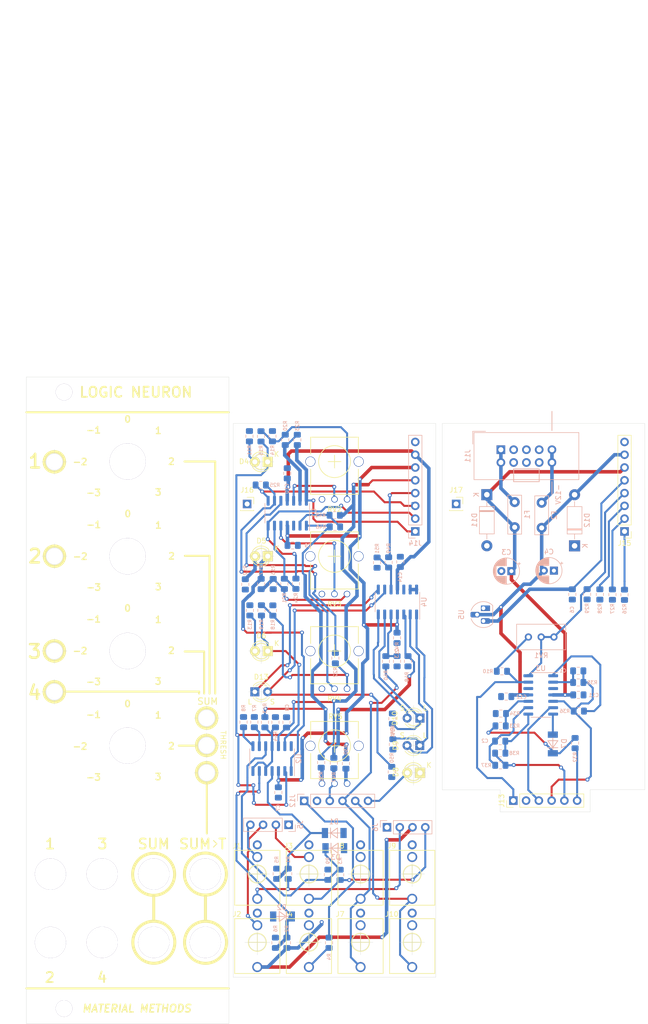
<source format=kicad_pcb>
(kicad_pcb (version 20211014) (generator pcbnew)
  (layers (0 "F.Cu" signal) (31 "B.Cu" signal) (34 "B.Paste" user) (35 "F.Paste" user) (36 "B.SilkS" user "B.Silkscreen") (37 "F.SilkS" user "F.Silkscreen") (38 "B.Mask" user) (39 "F.Mask" user) (44 "Edge.Cuts" user))
  (net 0 "")
  (net 1 "Net-(C1-Pad1)")
  (net 2 "Net-(C2-Pad2)")
  (net 3 "Net-(C2-Pad1)")
  (net 4 "GND")
  (net 5 "+12V")
  (net 6 "-12V")
  (net 7 "Net-(D1-Pad1)")
  (net 8 "Net-(D2-Pad1)")
  (net 9 "Net-(D3-Pad1)")
  (net 10 "Net-(D4-Pad2)")
  (net 11 "Net-(D4-Pad1)")
  (net 12 "Net-(D5-Pad2)")
  (net 13 "Net-(D5-Pad1)")
  (net 14 "Net-(D6-Pad2)")
  (net 15 "Net-(D6-Pad1)")
  (net 16 "Net-(D7-Pad2)")
  (net 17 "Net-(D7-Pad1)")
  (net 18 "/LED_threshold")
  (net 19 "Net-(D9-Pad1)")
  (net 20 "/LED_SUM")
  (net 21 "Net-(D10-Pad1)")
  (net 22 "Net-(F1-Pad2)")
  (net 23 "Net-(F2-Pad2)")
  (net 24 "in1")
  (net 25 "norm_in1")
  (net 26 "in2")
  (net 27 "norm_in2")
  (net 28 "in3")
  (net 29 "norm_in3")
  (net 30 "Net-(R7-Pad2)")
  (net 31 "Net-(R8-Pad2)")
  (net 32 "Net-(R10-Pad1)")
  (net 33 "Net-(R14-Pad1)")
  (net 34 "Net-(R16-Pad1)")
  (net 35 "Net-(R18-Pad1)")
  (net 36 "Net-(R20-Pad2)")
  (net 37 "Net-(R21-Pad2)")
  (net 38 "Net-(R22-Pad2)")
  (net 39 "Net-(R30-Pad2)")
  (net 40 "Net-(R31-Pad1)")
  (net 41 "Net-(R33-Pad1)")
  (net 42 "Net-(R36-Pad2)")
  (net 43 "Net-(R40-Pad2)")
  (net 44 "Net-(R45-Pad1)")
  (net 45 "Net-(R47-Pad2)")
  (net 46 "/Pot1")
  (net 47 "/Pot2")
  (net 48 "/Pot3")
  (net 49 "Net-(U4-Pad13)")
  (net 50 "/LED_in4")
  (net 51 "Net-(U4-Pad9)")
  (net 56 "Net-(U4-Pad10)")
  (net 58 "+SUM_b")
  (net 59 "-5V_regulated_b")
  (net 60 "-5V_regulated_f")
  (net 61 "goutLED_f")
  (net 62 "Net-(R4-Pad1)")
  (net 63 "+SUM_f")
  (net 64 "gout_f")
  (net 65 "ch4_f")
  (net 66 "ch4_b")
  (net 67 "-Analog_1_f")
  (net 68 "-Analog_2_f")
  (net 69 "-Analog_3_f")
  (net 70 "-Analog_1_b")
  (net 71 "-Analog_2_b")
  (net 72 "-Analog_3_b")
  (net 73 "-Analog_4_b")
  (net 74 "+5V_ref_f")
  (net 75 "goutLED_b")
  (net 76 "gout_b")
  (net 77 "V_threshold_f")
  (net 78 "Threshold_f")
  (net 79 "-Analog_4_f")
  (net 80 "Threshold_b")
  (footprint "Eurocad:LED3mm" (layer "F.Cu") (at 63.725 36.25 180)
    (fp_text reference "D4")
    (fp_text value "LED")
  )
  (footprint "Eurocad:LED3mm" (layer "F.Cu") (at 63.755 55 180)
    (fp_text reference "D5")
    (fp_text value "LED")
  )
  (footprint "Eurocad:LED3mm" (layer "F.Cu") (at 63.75 73.85 180)
    (fp_text reference "D6")
    (fp_text value "LED")
  )
  (footprint "Eurocad:LED3mm" (layer "F.Cu") (at 94.055 98.05 180)
    (fp_text reference "D8")
    (fp_text value "LED")
  )
  (footprint "Eurocad:TaydaA-1076_bicolor_LED" (layer "F.Cu") (at 95.275 92.625 180)
    (fp_text reference "D9")
    (fp_text value "LED_Bicolor_Tayda_A-1076")
  )
  (footprint "Eurocad:TaydaA-1076_bicolor_LED" (layer "F.Cu") (at 95.3 87.175 180)
    (fp_text reference "D10")
    (fp_text value "LED_Bicolor_Tayda_A-1076")
  )
  (footprint "Eurocad:PJ301M-12_Compact" (layer "F.Cu") (at 62.94 118.16 180)
    (fp_text reference "J1")
    (fp_text value "PJ301M-12")
  )
  (footprint "Eurocad:PJ301M-12_Compact" (layer "F.Cu") (at 62.94 131.73 180)
    (fp_text reference "J2")
    (fp_text value "PJ301M-12")
  )
  (footprint "Eurocad:PJ301M-12_Compact" (layer "F.Cu") (at 73.213333 118.16 180)
    (fp_text reference "J3")
    (fp_text value "PJ301M-12")
  )
  (footprint "Eurocad:PJ301M-12_Compact" (layer "F.Cu") (at 73.213333 131.73 180)
    (fp_text reference "J4")
    (fp_text value "PJ301M-12")
  )
  (footprint "Eurocad:PJ301M-12_Compact" (layer "F.Cu") (at 83.486666 131.73 180)
    (fp_text reference "J7")
    (fp_text value "PJ301M-12")
  )
  (footprint "Eurocad:PJ301M-12_Compact" (layer "F.Cu") (at 83.486666 118.16 180)
    (fp_text reference "J8")
    (fp_text value "PJ301M-12")
  )
  (footprint "Eurocad:PJ301M-12_Compact" (layer "F.Cu") (at 93.76 118.16 180)
    (fp_text reference "J9")
    (fp_text value "PJ301M-12")
  )
  (footprint "Eurocad:PJ301M-12_Compact" (layer "F.Cu") (at 93.76 131.73 180)
    (fp_text reference "J10")
    (fp_text value "PJ301M-12")
  )
  (footprint "Eurocad:Alpha9mmPot" (layer "F.Cu") (at 78.31 36.1975)
    (fp_text reference "RV2")
    (fp_text value "100k")
  )
  (footprint "Eurocad:Alpha9mmPot" (layer "F.Cu") (at 78.29 55.0175)
    (fp_text reference "RV3")
    (fp_text value "100k")
  )
  (footprint "Eurocad:Alpha9mmPot" (layer "F.Cu") (at 78.3 73.8475)
    (fp_text reference "RV4")
    (fp_text value "100k")
  )
  (footprint "Eurocad:Alpha9mmPot" (layer "F.Cu") (at 78.31 92.69)
    (fp_text reference "RV5")
    (fp_text value "100k")
  )
  (footprint "Eurocad:Pothole_Davies1900H_white" (layer "F.Cu") (at 37.15 36.17)
    (fp_text reference "Ref**" hide)
    (fp_text value "Pothole_Davies1900H_white")
  )
  (footprint "Eurocad:Pothole_Davies1900H_white" (layer "F.Cu") (at 37.14 73.83)
    (fp_text reference "Ref**" hide)
    (fp_text value "Pothole_Davies1900H_white")
  )
  (footprint "Eurocad:Pothole_Davies1900H_red" (layer "F.Cu") (at 37.12 92.66)
    (fp_text reference "Ref**" hide)
    (fp_text value "Pothole_Davies1900H_red")
  )
  (footprint "Eurocad:Eurorack_LED_hole_with_ring" (layer "F.Cu") (at 22.55 36.25)
    (fp_text reference "REF**" hide)
    (fp_text value "Eurorack LED hole with ring")
  )
  (footprint "Eurocad:Eurorack_LED_hole_with_ring" (layer "F.Cu") (at 22.58 55)
    (fp_text reference "REF**" hide)
    (fp_text value "Eurorack LED hole with ring")
  )
  (footprint "Eurocad:Eurorack_LED_hole_with_ring" (layer "F.Cu") (at 22.55 81.95)
    (fp_text reference "REF**" hide)
    (fp_text value "Eurorack LED hole with ring")
  )
  (footprint "Eurocad:Eurorack_LED_hole_with_ring" (layer "F.Cu") (at 22.55 73.84)
    (fp_text reference "REF**" hide)
    (fp_text value "Eurorack LED hole with ring")
  )
  (footprint "Eurocad:Eurorack_LED_hole_with_ring" (layer "F.Cu") (at 52.86 98.035)
    (fp_text reference "REF**" hide)
    (fp_text value "Eurorack LED hole with ring")
  )
  (footprint "Eurocad:Eurorack Rail Hole" (layer "F.Cu") (at 24.48 22.39)
    (fp_text reference "REF**" hide)
    (fp_text value "Eurorack Rail Hole" hide)
  )
  (footprint "Eurocad:Eurorack Rail Hole" (layer "F.Cu") (at 24.48 144.89)
    (fp_text reference "REF**" hide)
    (fp_text value "Eurorack Rail Hole" hide)
  )
  (footprint "Eurocad:TaydaA-1076_bicolor_LED" (layer "F.Cu") (at 62.45 81.95)
    (fp_text reference "D13")
    (fp_text value "LED_Bicolor_Tayda_A-1076")
  )
  (footprint "Eurocad:Eurorack_jack_hole" (layer "F.Cu") (at 32.06 118.16)
    (fp_text reference "Ref**" hide)
    (fp_text value "Eurorack jack hole")
  )
  (footprint "Eurocad:Eurorack_jack_hole" (layer "F.Cu") (at 42.33 131.74)
    (fp_text reference "Ref**" hide)
    (fp_text value "Eurorack jack hole")
  )
  (footprint "Eurocad:Eurorack_jack_hole" (layer "F.Cu") (at 32.06 131.74)
    (fp_text reference "Ref**" hide)
    (fp_text value "Eurorack jack hole")
  )
  (footprint "Eurocad:Eurorack_jack_hole" (layer "F.Cu") (at 52.6 131.74)
    (fp_text reference "Ref**" hide)
    (fp_text value "Eurorack jack hole")
  )
  (footprint "Eurocad:Eurorack_jack_hole" (layer "F.Cu") (at 21.78 118.17)
    (fp_text reference "Ref**" hide)
    (fp_text value "Eurorack jack hole")
  )
  (footprint "Eurocad:Eurorack_jack_hole" (layer "F.Cu") (at 42.33 118.17)
    (fp_text reference "Ref**" hide)
    (fp_text value "Eurorack jack hole")
  )
  (footprint "Connector_PinHeader_2.54mm:PinHeader_1x08_P2.54mm_Vertical" (layer "F.Cu") (at 136.02 50.075 180)
    (fp_text reference "J15")
    (fp_text value "Conn_01x08")
  )
  (footprint "Eurocad:Eurorack_LED_hole_with_ring" (layer "F.Cu") (at 52.86 92.6)
    (fp_text reference "REF**" hide)
    (fp_text value "Eurorack LED hole with ring")
  )
  (footprint "Connector_PinSocket_2.54mm:PinSocket_1x01_P2.54mm_Vertical" (layer "F.Cu") (at 60.91 44.62)
    (fp_text reference "J16")
    (fp_text value "Conn_01x01")
  )
  (footprint "Eurocad:Eurorack_jack_hole" (layer "F.Cu") (at 21.78 131.76)
    (fp_text reference "Ref**" hide)
    (fp_text value "Eurorack jack hole")
  )
  (footprint "Connector_PinSocket_2.54mm:PinSocket_1x01_P2.54mm_Vertical" (layer "F.Cu") (at 102.51 44.61)
    (fp_text reference "J17")
    (fp_text value "Conn_01x01")
  )
  (footprint "Connector_PinHeader_2.54mm:PinHeader_1x06_P2.54mm_Vertical" (layer "F.Cu") (at 113.89 103.57 90)
    (fp_text reference "J13")
    (fp_text value "Conn_01x06")
  )
  (footprint "Eurocad:Eurorack_jack_hole" (layer "F.Cu") (at 52.6 118.17)
    (fp_text reference "Ref**" hide)
    (fp_text value "Eurorack jack hole")
  )
  (footprint "Eurocad:Eurorack_LED_hole_with_ring" (layer "F.Cu") (at 52.86 87.165)
    (fp_text reference "REF**" hide)
    (fp_text value "Eurorack LED hole with ring")
  )
  (footprint "Eurocad:Pothole_Davies1900H_white" (layer "F.Cu") (at 37.13 55)
    (fp_text reference "Ref**" hide)
    (fp_text value "Pothole_Davies1900H_white")
  )
  (footprint "Eurocad:C_0805_2012Metric_Pad1.15x1.40mm_HandSolder_SmallTxt" (layer "B.Cu") (at 126.81 77.79)
    (fp_text reference "C1")
    (fp_text value "10p")
  )
  (footprint "Eurocad:C_0805_2012Metric_Pad1.15x1.40mm_HandSolder_SmallTxt" (layer "B.Cu") (at 111.27 91.75)
    (fp_text reference "C2")
    (fp_text value "10p")
  )
  (footprint "Capacitor_THT:CP_Radial_D5.0mm_P2.00mm" (layer "B.Cu") (at 113.51 57.96 180)
    (fp_text reference "C3")
    (fp_text value "10uF")
  )
  (footprint "Capacitor_THT:CP_Radial_D5.0mm_P2.00mm" (layer "B.Cu") (at 121.965113 57.87 180)
    (fp_text reference "C4")
    (fp_text value "10uF")
  )
  (footprint "Eurocad:C_0805_2012Metric_Pad1.15x1.40mm_HandSolder_SmallTxt" (layer "B.Cu") (at 125.63 62.59 90)
    (fp_text reference "C6")
    (fp_text value "100n")
  )
  (footprint "Eurocad:C_0805_2012Metric_Pad1.15x1.40mm_HandSolder_SmallTxt" (layer "B.Cu") (at 67.13 101.95 90)
    (fp_text reference "C7")
    (fp_text value "100n")
  )
  (footprint "Eurocad:C_0805_2012Metric_Pad1.15x1.40mm_HandSolder_SmallTxt" (layer "B.Cu") (at 68.75 88.025 90)
    (fp_text reference "C8")
    (fp_text value "100n")
  )
  (footprint "Eurocad:C_0805_2012Metric_Pad1.15x1.40mm_HandSolder_SmallTxt" (layer "B.Cu") (at 69.975 52.85 180)
    (fp_text reference "C9")
    (fp_text value "100n")
  )
  (footprint "Eurocad:C_0805_2012Metric_Pad1.15x1.40mm_HandSolder_SmallTxt" (layer "B.Cu") (at 68.9 38.525 90)
    (fp_text reference "C10")
    (fp_text value "100n")
  )
  (footprint "Eurocad:C_0805_2012Metric_Pad1.15x1.40mm_HandSolder_SmallTxt" (layer "B.Cu") (at 126.840476 82.565 180)
    (fp_text reference "C11")
    (fp_text value "100n")
  )
  (footprint "Eurocad:C_0805_2012Metric_Pad1.15x1.40mm_HandSolder_SmallTxt" (layer "B.Cu") (at 112.475476 82.895 180)
    (fp_text reference "C12")
    (fp_text value "100n")
  )
  (footprint "Eurocad:C_0805_2012Metric_Pad1.15x1.40mm_HandSolder_SmallTxt" (layer "B.Cu") (at 90.75 71.225 90)
    (fp_text reference "C13")
    (fp_text value "100n")
  )
  (footprint "Eurocad:C_0805_2012Metric_Pad1.15x1.40mm_HandSolder_SmallTxt" (layer "B.Cu") (at 91.4 56.125 90)
    (fp_text reference "C14")
    (fp_text value "100n")
  )
  (footprint "Eurocad:LL4148_sam" (layer "B.Cu") (at 77 111.01)
    (fp_text reference "D1")
    (fp_text value "LL4148")
  )
  (footprint "Eurocad:LL4148_sam" (layer "B.Cu") (at 69.2 125.6 180)
    (fp_text reference "D2")
    (fp_text value "LL4148")
  )
  (footprint "Eurocad:LL4148_sam" (layer "B.Cu") (at 77.11 114.0225)
    (fp_text reference "D3")
    (fp_text value "LL4148")
  )
  (footprint "Eurocad:LL4148_sam" (layer "B.Cu") (at 122.7525 93.56 90)
    (fp_text reference "D7")
    (fp_text value "LL4148")
  )
  (footprint "Diode_THT:D_DO-41_SOD81_P10.16mm_Horizontal" (layer "B.Cu") (at 108.62 42.77 -90)
    (fp_text reference "D11")
    (fp_text value "1N4001")
  )
  (footprint "Diode_THT:D_DO-41_SOD81_P10.16mm_Horizontal" (layer "B.Cu") (at 126.08 52.94 90)
    (fp_text reference "D12")
    (fp_text value "1N4001")
  )
  (footprint "Capacitor_THT:C_Disc_D7.5mm_W2.5mm_P5.00mm" (layer "B.Cu") (at 114.16 49.24 90)
    (fp_text reference "F1")
    (fp_text value "Fuse 250mA (A-1391)")
  )
  (footprint "Capacitor_THT:C_Disc_D7.5mm_W2.5mm_P5.00mm" (layer "B.Cu") (at 119.53 49.37 90)
    (fp_text reference "F2")
    (fp_text value "Fuse 250mA (A-1391)")
  )
  (footprint "Connector_PinHeader_2.54mm:PinHeader_1x04_P2.54mm_Vertical" (layer "B.Cu") (at 69.175 108.375 90)
    (fp_text reference "J5")
    (fp_text value "Conn_01x04")
  )
  (footprint "Connector_PinHeader_2.54mm:PinHeader_1x04_P2.54mm_Vertical" (layer "B.Cu") (at 88.75 108.875 -90)
    (fp_text reference "J6")
    (fp_text value "Conn_01x04")
  )
  (footprint "Eurocad:Eurorack_power_header" (layer "B.Cu") (at 111.415 33.835 -90)
    (fp_text reference "J11")
    (fp_text value "EURO_PWR_2x5")
  )
  (footprint "Eurocad:R_0805_2012Metric_Pad1.15x1.40mm_HandSolder_smallText" (layer "B.Cu") (at 69.088 118.11 -90)
    (fp_text reference "R1")
    (fp_text value "100k")
  )
  (footprint "Eurocad:R_0805_2012Metric_Pad1.15x1.40mm_HandSolder_smallText" (layer "B.Cu") (at 68.834 131.826 -90)
    (fp_text reference "R2")
    (fp_text value "100k")
  )
  (footprint "Eurocad:R_0805_2012Metric_Pad1.15x1.40mm_HandSolder_smallText" (layer "B.Cu") (at 79.425 118.325 -90)
    (fp_text reference "R3")
    (fp_text value "100k")
  )
  (footprint "Eurocad:R_0805_2012Metric_Pad1.15x1.40mm_HandSolder_smallText" (layer "B.Cu") (at 77.216 131.826 90)
    (fp_text reference "R4")
    (fp_text value "100k")
  )
  (footprint "Eurocad:R_0805_2012Metric_Pad1.15x1.40mm_HandSolder_smallText" (layer "B.Cu") (at 66.802 118.11 -90)
    (fp_text reference "R5")
    (fp_text value "100k")
  )
  (footprint "Eurocad:R_0805_2012Metric_Pad1.15x1.40mm_HandSolder_smallText" (layer "B.Cu") (at 66.548 131.826 -90)
    (fp_text reference "R6")
    (fp_text value "100k")
  )
  (footprint "Eurocad:R_0805_2012Metric_Pad1.15x1.40mm_HandSolder_smallText" (layer "B.Cu") (at 62.35 87.975 -90)
    (fp_text reference "R7")
    (fp_text value "100k")
  )
  (footprint "Eurocad:R_0805_2012Metric_Pad1.15x1.40mm_HandSolder_smallText" (layer "B.Cu") (at 60.2 87.975 -90)
    (fp_text reference "R8")
    (fp_text value "100k")
  )
  (footprint "Eurocad:R_0805_2012Metric_Pad1.15x1.40mm_HandSolder_smallText" (layer "B.Cu") (at 77 118.3 -90)
    (fp_text reference "R9")
    (fp_text value "100k")
  )
  (footprint "Eurocad:R_0805_2012Metric_Pad1.15x1.40mm_HandSolder_smallText" (layer "B.Cu") (at 111.62 77.87)
    (fp_text reference "R10")
    (fp_text value "91k")
  )
  (footprint "Eurocad:R_0805_2012Metric_Pad1.15x1.40mm_HandSolder_smallText" (layer "B.Cu") (at 61.375 31.15 90)
    (fp_text reference "R11")
    (fp_text value "1.5k (RL)")
  )
  (footprint "Eurocad:R_0805_2012Metric_Pad1.15x1.40mm_HandSolder_smallText" (layer "B.Cu") (at 60.55 60.6 -90)
    (fp_text reference "R12")
    (fp_text value "1.5k (RL)")
  )
  (footprint "Eurocad:R_0805_2012Metric_Pad1.15x1.40mm_HandSolder_smallText" (layer "B.Cu") (at 61.4625 65.7625 90)
    (fp_text reference "R13")
    (fp_text value "1.5k (RL)")
  )
  (footprint "Eurocad:R_0805_2012Metric_Pad1.15x1.40mm_HandSolder_smallText" (layer "B.Cu") (at 65.95 31.15 90)
    (fp_text reference "R14")
    (fp_text value "3.3k")
  )
  (footprint "Eurocad:R_0805_2012Metric_Pad1.15x1.40mm_HandSolder_smallText" (layer "B.Cu") (at 63.675 31.175 90)
    (fp_text reference "R15")
    (fp_text value "10k")
  )
  (footprint "Eurocad:R_0805_2012Metric_Pad1.15x1.40mm_HandSolder_smallText" (layer "B.Cu") (at 66.1 60.525 -90)
    (fp_text reference "R16")
    (fp_text value "3.3k")
  )
  (footprint "Eurocad:R_0805_2012Metric_Pad1.15x1.40mm_HandSolder_smallText" (layer "B.Cu") (at 63.7 60.525 -90)
    (fp_text reference "R17")
    (fp_text value "10k")
  )
  (footprint "Eurocad:R_0805_2012Metric_Pad1.15x1.40mm_HandSolder_smallText" (layer "B.Cu") (at 66.0375 65.7875 90)
    (fp_text reference "R18")
    (fp_text value "3.3k")
  )
  (footprint "Eurocad:R_0805_2012Metric_Pad1.15x1.40mm_HandSolder_smallText" (layer "B.Cu") (at 63.7625 65.7625 90)
    (fp_text reference "R19")
    (fp_text value "10k")
  )
  (footprint "Eurocad:R_0805_2012Metric_Pad1.15x1.40mm_HandSolder_smallText" (layer "B.Cu") (at 68.5 31.875 -90)
    (fp_text reference "R20")
    (fp_text value "100k")
  )
  (footprint "Eurocad:R_0805_2012Metric_Pad1.15x1.40mm_HandSolder_smallText" (layer "B.Cu") (at 68.325 60.5 90)
    (fp_text reference "R21")
    (fp_text value "100k")
  )
  (footprint "Eurocad:R_0805_2012Metric_Pad1.15x1.40mm_HandSolder_smallText" (layer "B.Cu") (at 78.475 75.25 90)
    (fp_text reference "R22")
    (fp_text value "100k")
  )
  (footprint "Eurocad:R_0805_2012Metric_Pad1.15x1.40mm_HandSolder_smallText" (layer "B.Cu") (at 70.9 31.875 -90)
    (fp_text reference "R23")
    (fp_text value "100k")
  )
  (footprint "Eurocad:R_0805_2012Metric_Pad1.15x1.40mm_HandSolder_smallText" (layer "B.Cu") (at 70.625 60.475 90)
    (fp_text reference "R24")
    (fp_text value "100k")
  )
  (footprint "Eurocad:R_0805_2012Metric_Pad1.15x1.40mm_HandSolder_smallText" (layer "B.Cu") (at 63.625 40.85 180)
    (fp_text reference "R25")
    (fp_text value "100k")
  )
  (footprint "Eurocad:R_0805_2012Metric_Pad1.15x1.40mm_HandSolder_smallText" (layer "B.Cu") (at 136.01 62.67 90)
    (fp_text reference "R26")
    (fp_text value "100k")
  )
  (footprint "Eurocad:R_0805_2012Metric_Pad1.15x1.40mm_HandSolder_smallText" (layer "B.Cu") (at 133.61 62.63 90)
    (fp_text reference "R27")
    (fp_text value "100k")
  )
  (footprint "Eurocad:R_0805_2012Metric_Pad1.15x1.40mm_HandSolder_smallText" (layer "B.Cu") (at 131.11 62.6 90)
    (fp_text reference "R28")
    (fp_text value "100k")
  )
  (footprint "Eurocad:R_0805_2012Metric_Pad1.15x1.40mm_HandSolder_smallText" (layer "B.Cu") (at 128.57 62.56 90)
    (fp_text reference "R29")
    (fp_text value "100k")
  )
  (footprint "Eurocad:R_0805_2012Metric_Pad1.15x1.40mm_HandSolder_smallText" (layer "B.Cu") (at 80.575 96.2 -90)
    (fp_text reference "R30")
    (fp_text value "150k")
  )
  (footprint "Eurocad:R_0805_2012Metric_Pad1.15x1.40mm_HandSolder_smallText" (layer "B.Cu") (at 75.65 96 90)
    (fp_text reference "R31")
    (fp_text value "150k")
  )
  (footprint "Eurocad:R_0805_2012Metric_Pad1.15x1.40mm_HandSolder_smallText" (layer "B.Cu") (at 126.18 92.14 90)
    (fp_text reference "R32")
    (fp_text value "4.7k (RL)")
  )
  (footprint "Eurocad:R_0805_2012Metric_Pad1.15x1.40mm_HandSolder_smallText" (layer "B.Cu") (at 111.36 88.73 180)
    (fp_text reference "R33")
    (fp_text value "1k")
  )
  (footprint "Eurocad:R_0805_2012Metric_Pad1.15x1.40mm_HandSolder_smallText" (layer "B.Cu") (at 111.41 86.27 180)
    (fp_text reference "R34")
    (fp_text value "3.3k")
  )
  (footprint "Eurocad:R_0805_2012Metric_Pad1.15x1.40mm_HandSolder_smallText" (layer "B.Cu") (at 126.81 80.09 180)
    (fp_text reference "R35")
    (fp_text value "100k")
  )
  (footprint "Eurocad:R_0805_2012Metric_Pad1.15x1.40mm_HandSolder_smallText" (layer "B.Cu") (at 126.92 85.78)
    (fp_text reference "R36")
    (fp_text value "1k")
  )
  (footprint "Eurocad:R_0805_2012Metric_Pad1.15x1.40mm_HandSolder_smallText" (layer "B.Cu") (at 111.31 96.55)
    (fp_text reference "R37")
    (fp_text value "4.7k")
  )
  (footprint "Eurocad:R_0805_2012Metric_Pad1.15x1.40mm_HandSolder_smallText" (layer "B.Cu") (at 111.29 94.14 180)
    (fp_text reference "R38")
    (fp_text value "1k")
  )
  (footprint "Eurocad:R_0805_2012Metric_Pad1.15x1.40mm_HandSolder_smallText" (layer "B.Cu") (at 89.925 92.4 -90)
    (fp_text reference "R39")
    (fp_text value "660R")
  )
  (footprint "Eurocad:R_0805_2012Metric_Pad1.15x1.40mm_HandSolder_smallText" (layer "B.Cu") (at 88.525 75.875 90)
    (fp_text reference "R40")
    (fp_text value "100k")
  )
  (footprint "Eurocad:R_0805_2012Metric_Pad1.15x1.40mm_HandSolder_smallText" (layer "B.Cu") (at 89.825 87.275 90)
    (fp_text reference "R41")
    (fp_text value "660R")
  )
  (footprint "Eurocad:R_0805_2012Metric_Pad1.15x1.40mm_HandSolder_smallText" (layer "B.Cu") (at 90.75 75.875 -90)
    (fp_text reference "R42")
    (fp_text value "100k")
  )
  (footprint "Eurocad:R_0805_2012Metric_Pad1.15x1.40mm_HandSolder_smallText" (layer "B.Cu") (at 64.45 88 -90)
    (fp_text reference "R43")
    (fp_text value "100k")
  )
  (footprint "Eurocad:R_0805_2012Metric_Pad1.15x1.40mm_HandSolder_smallText" (layer "B.Cu") (at 66.55 88 90)
    (fp_text reference "R44")
    (fp_text value "33k")
  )
  (footprint "Eurocad:R_0805_2012Metric_Pad1.15x1.40mm_HandSolder_smallText" (layer "B.Cu") (at 78.35 46.85)
    (fp_text reference "R45")
    (fp_text value "100k")
  )
  (footprint "Eurocad:R_0805_2012Metric_Pad1.15x1.40mm_HandSolder_smallText" (layer "B.Cu") (at 78.4 49.175)
    (fp_text reference "R46")
    (fp_text value "100k")
  )
  (footprint "Eurocad:R_0805_2012Metric_Pad1.15x1.40mm_HandSolder_smallText" (layer "B.Cu") (at 78.175 96.1 90)
    (fp_text reference "R47")
    (fp_text value "100k")
  )
  (footprint "Eurocad:R_0805_2012Metric_Pad1.15x1.40mm_HandSolder_smallText" (layer "B.Cu") (at 92.925 75.875 -90)
    (fp_text reference "R48")
    (fp_text value "100k")
  )
  (footprint "Potentiometer_THT:Potentiometer_Bourns_3296W_Vertical" (layer "B.Cu") (at 121.97 71.06)
    (fp_text reference "RV1")
    (fp_text value "20k")
  )
  (footprint "Package_SO:SOIC-14_3.9x8.7mm_P1.27mm" (layer "B.Cu") (at 68.9 46.45 90)
    (fp_text reference "U1")
    (fp_text value "TL074")
  )
  (footprint "Package_SO:SOIC-14_3.9x8.7mm_P1.27mm" (layer "B.Cu") (at 65.88 95.225 90)
    (fp_text reference "U2")
    (fp_text value "LM339")
  )
  (footprint "Package_SO:SOIC-14_3.9x8.7mm_P1.27mm" (layer "B.Cu") (at 119.345 82.57 180)
    (fp_text reference "U3")
    (fp_text value "TL074")
  )
  (footprint "Package_SO:SOIC-14_3.9x8.7mm_P1.27mm" (layer "B.Cu") (at 90.825 64.1 90)
    (fp_text reference "U4")
    (fp_text value "TL074")
  )
  (footprint "Connector_PinHeader_2.54mm:PinHeader_1x08_P2.54mm_Vertical" (layer "B.Cu") (at 94.375 50.075)
    (fp_text reference "J14")
    (fp_text value "Conn_01x08")
  )
  (footprint "Eurocad:R_0805_2012Metric_Pad1.15x1.40mm_HandSolder_smallText" (layer "B.Cu") (at 86.775 56.275 -90)
    (fp_text reference "R51")
    (fp_text value "100k")
  )
  (footprint "Connector_PinHeader_2.54mm:PinHeader_1x06_P2.54mm_Vertical" (layer "B.Cu") (at 72.275 103.625 -90)
    (fp_text reference "J12")
    (fp_text value "Conn_01x06")
  )
  (footprint "Eurocad:R_0805_2012Metric_Pad1.15x1.40mm_HandSolder_smallText" (layer "B.Cu") (at 89.075 56.225 -90)
    (fp_text reference "R49")
    (fp_text value "100k")
  )
  (footprint "Package_TO_SOT_THT:TO-92_HandSolder" (layer "B.Cu") (at 107.94 65.34 -90)
    (fp_text reference "U5")
    (fp_text value "LM79L05_TO92")
  )
  (footprint "Eurocad:R_0805_2012Metric_Pad1.15x1.40mm_HandSolder_smallText" (layer "B.Cu") (at 89.7 97.875 -90)
    (fp_text reference "R50")
    (fp_text value "660R")
  )
  (gr_line (start 16.98 26.39) (end 57.28 26.39) (layer "F.SilkS") (width 0.4))
  (gr_line (start 54.56 82.285) (end 54.56 54.915) (layer "F.SilkS") (width 0.4))
  (gr_line (start 52.62 122.47) (end 52.62 127.53) (layer "F.SilkS") (width 0.6))
  (gr_line (start 52.335 73.94) (end 48.5 73.94) (layer "F.SilkS") (width 0.4))
  (gr_line (start 53.44 54.925) (end 48.53 54.925) (layer "F.SilkS") (width 0.4))
  (gr_circle (center 52.61 118.17) (end 56.79 118.2) (layer "F.SilkS") (width 0.6) (fill none))
  (gr_circle (center 42.309893 118.22) (end 46.489893 118.25) (layer "F.SilkS") (width 0.6) (fill none))
  (gr_line (start 52.89 100.07) (end 52.9 110.1) (layer "F.SilkS") (width 0.4))
  (gr_line (start 51.36 81.9) (end 51.36 82.28) (layer "F.SilkS") (width 0.4))
  (gr_line (start 52.36 82.28) (end 52.36 73.95) (layer "F.SilkS") (width 0.4))
  (gr_circle (center 42.349893 131.72) (end 46.529893 131.75) (layer "F.SilkS") (width 0.6) (fill none))
  (gr_line (start 54.56 54.915) (end 54.56 36.18) (layer "F.SilkS") (width 0.4))
  (gr_line (start 53.44 82.305) (end 53.44 54.935) (layer "F.SilkS") (width 0.4))
  (gr_line (start 50.84 92.65) (end 47.32 92.65) (layer "F.SilkS") (width 0.4))
  (gr_line (start 54.565 36.18) (end 48.46 36.18) (layer "F.SilkS") (width 0.4))
  (gr_line (start 51.36 81.9) (end 24.92 81.91) (layer "F.SilkS") (width 0.4))
  (gr_circle (center 52.639893 131.73) (end 56.819893 131.76) (layer "F.SilkS") (width 0.6) (fill none))
  (gr_line (start 54.88 112.15) (end 54.23 111.5) (layer "F.SilkS") (width 0.2))
  (gr_line (start 54.89 112.15) (end 54.23 112.81) (layer "F.SilkS") (width 0.2))
  (gr_line (start 42.33 122.44) (end 42.33 127.5) (layer "F.SilkS") (width 0.6))
  (gr_line (start 16.98 140.89) (end 57.28 140.89) (layer "F.SilkS") (width 0.4))
  (gr_line (start 57.28 147.89) (end 57.28 19.39) (layer "Edge.Cuts") (width 0.05))
  (gr_line (start 58.15 28.615) (end 98.45 28.615) (layer "Edge.Cuts") (width 0.05))
  (gr_line (start 58.15 138.665) (end 98.45 138.665) (layer "Edge.Cuts") (width 0.05))
  (gr_line (start 98.45 28.615) (end 98.45 138.665) (layer "Edge.Cuts") (width 0.05))
  (gr_line (start 99.75 28.615) (end 140.05 28.615) (layer "Edge.Cuts") (width 0.05))
  (gr_line (start 140.05 28.615) (end 140.06 101.39) (layer "Edge.Cuts") (width 0.05))
  (gr_line (start 99.75 28.615) (end 99.75 101.43) (layer "Edge.Cuts") (width 0.05))
  (gr_line (start 16.98 19.39) (end 57.28 19.39) (layer "Edge.Cuts") (width 0.05))
  (gr_line (start 16.98 19.39) (end 16.98 147.89) (layer "Edge.Cuts") (width 0.05))
  (gr_line (start 111.28 101.43) (end 99.75 101.43) (layer "Edge.Cuts") (width 0.05))
  (gr_line (start 16.98 147.89) (end 57.28 147.89) (layer "Edge.Cuts") (width 0.05))
  (gr_line (start 129.18 105.82) (end 111.67 105.82) (layer "Edge.Cuts") (width 0.05))
  (gr_line (start 111.67 105.82) (end 111.28 105.82) (layer "Edge.Cuts") (width 0.05))
  (gr_line (start 111.28 105.82) (end 111.28 101.43) (layer "Edge.Cuts") (width 0.05))
  (gr_line (start 140.06 101.39) (end 129.18 101.39) (layer "Edge.Cuts") (width 0.05))
  (gr_line (start 129.18 101.39) (end 129.18 105.82) (layer "Edge.Cuts") (width 0.05))
  (gr_line (start 58.15 28.615) (end 58.15 138.665) (layer "Edge.Cuts") (width 0.05))
  (gr_text "0" (at 37.13 27.78) (layer "F.SilkS") (effects (font (size 1.3 1.3) (thickness 0.26))))
  (gr_text "2" (at 45.88 54.98) (layer "F.SilkS") (effects (font (size 1.3 1.3) (thickness 0.26))))
  (gr_text "-2" (at 27.66 92.8) (layer "F.SilkS") (effects (font (size 1.3 1.3) (thickness 0.26))))
  (gr_text "1" (at 43.27 48.84) (layer "F.SilkS") (effects (font (size 1.3 1.3) (thickness 0.26))))
  (gr_text "1" (at 43.23 86.59) (layer "F.SilkS") (effects (font (size 1.3 1.3) (thickness 0.26))))
  (gr_text "-3" (at 30.35 79.96) (layer "F.SilkS") (effects (font (size 1.3 1.3) (thickness 0.26))))
  (gr_text "-3" (at 30.36 42.39) (layer "F.SilkS") (effects (font (size 1.3 1.3) (thickness 0.26))))
  (gr_text "3" (at 43.21 79.87) (layer "F.SilkS") (effects (font (size 1.3 1.3) (thickness 0.26))))
  (gr_text "0" (at 37.16 46.58) (layer "F.SilkS") (effects (font (size 1.3 1.3) (thickness 0.26))))
  (gr_text "-3" (at 30.39 61.19) (layer "F.SilkS") (effects (font (size 1.3 1.3) (thickness 0.26))))
  (gr_text "3" (at 43.21 98.85) (layer "F.SilkS") (effects (font (size 1.3 1.3) (thickness 0.26))))
  (gr_text "SUM T" (at 52.07 112.19) (layer "F.SilkS") (effects (font (size 2 2) (thickness 0.35))))
  (gr_text "1" (at 18.73 36.14) (layer "F.SilkS") (effects (font (size 2.7 2.7) (thickness 0.5))))
  (gr_text "3" (at 32.13 112.19) (layer "F.SilkS") (effects (font (size 2 2) (thickness 0.35))))
  (gr_text "4" (at 32.06 138.72) (layer "F.SilkS") (effects (font (size 2 2) (thickness 0.35))))
  (gr_text "-1" (at 30.35 86.49) (layer "F.SilkS") (effects (font (size 1.3 1.3) (thickness 0.26))))
  (gr_text "MATERIAL METHODS" (at 38.98 144.89) (layer "F.SilkS") (effects (font (size 1.5 1.5) (thickness 0.3) italic)))
  (gr_text "-1" (at 30.36 29.94) (layer "F.SilkS") (effects (font (size 1.3 1.3) (thickness 0.26))))
  (gr_text "SUM" (at 42.33 112.19) (layer "F.SilkS") (effects (font (size 2 2) (thickness 0.35))))
  (gr_text "1" (at 21.71 112.19) (layer "F.SilkS") (effects (font (size 2 2) (thickness 0.35))))
  (gr_text "2" (at 18.7 55) (layer "F.SilkS") (effects (font (size 2.7 2.7) (thickness 0.5))))
  (gr_text "2" (at 21.64 138.72) (layer "F.SilkS") (effects (font (size 2 2) (thickness 0.35))))
  (gr_text "3" (at 43.22 42.3) (layer "F.SilkS") (effects (font (size 1.3 1.3) (thickness 0.26))))
  (gr_text "0" (at 37.12 84.33) (layer "F.SilkS") (effects (font (size 1.3 1.3) (thickness 0.26))))
  (gr_text "LOGIC NEURON" (at 38.77 22.42) (layer "F.SilkS") (effects (font (size 2 2) (thickness 0.375))))
  (gr_text "2" (at 45.84 92.73) (layer "F.SilkS") (effects (font (size 1.3 1.3) (thickness 0.26))))
  (gr_text "2" (at 45.85 36.18) (layer "F.SilkS") (effects (font (size 1.3 1.3) (thickness 0.26))))
  (gr_text "-1" (at 30.39 48.74) (layer "F.SilkS") (effects (font (size 1.3 1.3) (thickness 0.26))))
  (gr_text "-3" (at 30.35 98.94) (layer "F.SilkS") (effects (font (size 1.3 1.3) (thickness 0.26))))
  (gr_text "1" (at 43.24 30.04) (layer "F.SilkS") (effects (font (size 1.3 1.3) (thickness 0.26))))
  (gr_text "3" (at 18.62 73.95) (layer "F.SilkS") (effects (font (size 2.7 2.7) (thickness 0.5))))
  (gr_text "THRESH" (at 56.15 92.53 270) (layer "F.SilkS") (effects (font (size 1 1))))
  (gr_text "-2" (at 27.7 55.05) (layer "F.SilkS") (effects (font (size 1.3 1.3) (thickness 0.26))))
  (gr_text "-2" (at 27.66 73.82) (layer "F.SilkS") (effects (font (size 1.3 1.3) (thickness 0.26))))
  (gr_text "4" (at 18.6 82.11) (layer "F.SilkS") (effects (font (size 2.7 2.7) (thickness 0.5))))
  (gr_text "3" (at 43.25 61.1) (layer "F.SilkS") (effects (font (size 1.3 1.3) (thickness 0.26))))
  (gr_text "-2" (at 27.67 36.25) (layer "F.SilkS") (effects (font (size 1.3 1.3) (thickness 0.26))))
  (gr_text "-1" (at 30.35 67.51) (layer "F.SilkS") (effects (font (size 1.3 1.3) (thickness 0.26))))
  (gr_text "1" (at 43.23 67.61) (layer "F.SilkS") (effects (font (size 1.3 1.3) (thickness 0.26))))
  (gr_text "0" (at 37.12 65.35) (layer "F.SilkS") (effects (font (size 1.3 1.3) (thickness 0.26))))
  (gr_text "SUM" (at 53.05 83.85) (layer "F.SilkS") (effects (font (size 1.3 1.3) (thickness 0.2))))
  (gr_text "2" (at 45.84 73.75) (layer "F.SilkS") (effects (font (size 1.3 1.3) (thickness 0.26))))
  (target plus (at 32.05 131.74) (size 5) (width 0.05) (layer "Edge.Cuts"))
  (target plus (at 63.75 55) (size 5) (width 0.05) (layer "Edge.Cuts"))
  (target plus (at 94.04 87.17) (size 5) (width 0.05) (layer "Edge.Cuts"))
  (target plus (at 22.58 55) (size 5) (width 0.05) (layer "Edge.Cuts"))
  (target plus (at 52.85 92.6) (size 5) (width 0.05) (layer "Edge.Cuts"))
  (target plus (at 94.02 92.6) (size 5) (width 0.05) (layer "Edge.Cuts"))
  (target plus (at 63.73 73.84) (size 5) (width 0.05) (layer "Edge.Cuts"))
  (target plus (at 73.21 131.73) (size 5) (width 0.05) (layer "Edge.Cuts"))
  (target plus (at 42.33 131.74) (size 5) (width 0.05) (layer "Edge.Cuts"))
  (target plus (at 62.94 131.75) (size 5) (width 0.05) (layer "Edge.Cuts"))
  (target plus (at 52.6 118.17) (size 5) (width 0.05) (layer "Edge.Cuts"))
  (target plus (at 21.78 118.17) (size 5) (width 0.05) (layer "Edge.Cuts"))
  (target plus (at 93.76 118.16) (size 5) (width 0.05) (layer "Edge.Cuts"))
  (target plus (at 52.6 131.74) (size 5) (width 0.05) (layer "Edge.Cuts"))
  (target plus (at 52.85 98.04) (size 5) (width 0.05) (layer "Edge.Cuts"))
  (target plus (at 22.55 81.96) (size 5) (width 0.05) (layer "Edge.Cuts"))
  (target plus (at 22.56 73.84) (size 5) (width 0.05) (layer "Edge.Cuts"))
  (target plus (at 62.94 118.16) (size 5) (width 0.05) (layer "Edge.Cuts"))
  (target plus (at 22.55 36.25) (size 5) (width 0.05) (layer "Edge.Cuts"))
  (target plus (at 21.78 131.76) (size 5) (width 0.05) (layer "Edge.Cuts"))
  (target plus (at 73.22 118.15) (size 5) (width 0.05) (layer "Edge.Cuts"))
  (target plus (at 83.49 131.73) (size 5) (width 0.05) (layer "Edge.Cuts"))
  (target plus (at 93.76 131.73) (size 5) (width 0.05) (layer "Edge.Cuts"))
  (target plus (at 42.33 118.17) (size 5) (width 0.05) (layer "Edge.Cuts"))
  (target plus (at 63.72 81.96) (size 5) (width 0.05) (layer "Edge.Cuts"))
  (target plus (at 52.87 87.17) (size 5) (width 0.05) (layer "Edge.Cuts"))
  (target plus (at 83.49 118.16) (size 5) (width 0.05) (layer "Edge.Cuts"))
  (target plus (at 94.02 98.04) (size 5) (width 0.05) (layer "Edge.Cuts"))
  (target plus (at 63.72 36.25) (size 5) (width 0.05) (layer "Edge.Cuts"))
  (target plus (at 32.06 118.16) (size 5) (width 0.05) (layer "Edge.Cuts"))
  (segment (start 121.82 80.03) (end 125.725 80.03) (width 0.4) (layer "B.Cu") (net 1))
  (segment (start 125.785 77.79) (end 125.785 80.09) (width 0.4) (layer "B.Cu") (net 1))
  (segment (start 125.725 80.03) (end 125.785 80.09) (width 0.4) (layer "B.Cu") (net 1))
  (segment (start 113.47 91.75) (end 112.295 91.75) (width 0.4) (layer "B.Cu") (net 2))
  (segment (start 116.87 88.35) (end 113.47 91.75) (width 0.4) (layer "B.Cu") (net 2))
  (segment (start 112.295 91.75) (end 112.295 94.12) (width 0.4) (layer "B.Cu") (net 2))
  (segment (start 116.87 86.38) (end 116.87 88.35) (width 0.4) (layer "B.Cu") (net 2))
  (segment (start 112.295 94.12) (end 112.315 94.14) (width 0.4) (layer "B.Cu") (net 2))
  (segment (start 109.19048 92.80452) (end 109.19048 95.45548) (width 0.4) (layer "B.Cu") (net 3))
  (segment (start 116.246441 85.11) (end 113.94 87.416441) (width 0.4) (layer "B.Cu") (net 3))
  (segment (start 111.44452 90.55048) (end 110.245 91.75) (width 0.4) (layer "B.Cu") (net 3))
  (segment (start 113.94 87.416441) (end 113.94 89.71) (width 0.4) (layer "B.Cu") (net 3))
  (segment (start 113.94 89.71) (end 113.09952 90.55048) (width 0.4) (layer "B.Cu") (net 3))
  (segment (start 116.87 85.11) (end 116.246441 85.11) (width 0.4) (layer "B.Cu") (net 3))
  (segment (start 113.09952 90.55048) (end 111.44452 90.55048) (width 0.4) (layer "B.Cu") (net 3))
  (segment (start 110.245 91.75) (end 109.19048 92.80452) (width 0.4) (layer "B.Cu") (net 3))
  (segment (start 109.19048 95.45548) (end 110.285 96.55) (width 0.4) (layer "B.Cu") (net 3))
  (segment (start 85.7 37.375) (end 94.375 37.375) (width 0.7) (layer "F.Cu") (net 5))
  (segment (start 83.275 50.975) (end 69 50.975) (width 0.7) (layer "F.Cu") (net 5))
  (segment (start 71.625 99.45) (end 67.275 99.45) (width 0.7) (layer "F.Cu") (net 5))
  (segment (start 135.17 38.225) (end 113.165 38.225) (width 0.7) (layer "F.Cu") (net 5))
  (segment (start 84.15 68.65) (end 90.675 68.65) (width 0.7) (layer "F.Cu") (net 5))
  (segment (start 136.02 37.375) (end 135.17 38.225) (width 0.7) (layer "F.Cu") (net 5))
  (segment (start 84.475 38.6) (end 85.7 37.375) (width 0.7) (layer "F.Cu") (net 5))
  (segment (start 90.675 68.65) (end 90.75 68.575) (width 0.7) (layer "F.Cu") (net 5))
  (segment (start 124.185 70.335) (end 113.51 59.66) (width 0.7) (layer "F.Cu") (net 5))
  (segment (start 124.185 82.565) (end 124.185 70.335) (width 0.7) (layer "F.Cu") (net 5))
  (segment (start 80.7 90.175) (end 72.975 90.175) (width 0.7) (layer "F.Cu") (net 5))
  (segment (start 113.51 59.66) (end 113.51 57.96) (width 0.7) (layer "F.Cu") (net 5))
  (segment (start 84.475 38.6) (end 83.375 39.7) (width 0.7) (layer "F.Cu") (net 5))
  (segment (start 113.165 38.225) (end 108.62 42.77) (width 0.7) (layer "F.Cu") (net 5))
  (segment (start 83.375 39.7) (end 83.35 39.7) (width 0.7) (layer "F.Cu") (net 5))
  (segment (start 69 50.975) (end 68.95 50.925) (width 0.7) (layer "F.Cu") (net 5))
  (segment (start 72.975 90.175) (end 72.025 91.125) (width 0.7) (layer "F.Cu") (net 5))
  (segment (start 67.275 99.45) (end 67.15 99.575) (width 0.7) (layer "F.Cu") (net 5))
  (via (at 71.625 99.45) (size 0.8) (drill 0.4) (layers "F.Cu" "B.Cu") (net 5))
  (via (at 83.275 50.975) (size 0.8) (drill 0.4) (layers "F.Cu" "B.Cu") (net 5))
  (via (at 84.15 68.65) (size 0.8) (drill 0.4) (layers "F.Cu" "B.Cu") (net 5))
  (via (at 80.7 90.175) (size 0.8) (drill 0.4) (layers "F.Cu" "B.Cu") (net 5))
  (via (at 68.95 50.925) (size 0.8) (drill 0.4) (layers "F.Cu" "B.Cu") (net 5))
  (via (at 90.75 68.575) (size 0.8) (drill 0.4) (layers "F.Cu" "B.Cu") (net 5))
  (via (at 72.025 91.125) (size 0.8) (drill 0.4) (layers "F.Cu" "B.Cu") (net 5))
  (via (at 124.185 82.565) (size 0.8) (drill 0.4) (layers "F.Cu" "B.Cu") (net 5))
  (via (at 83.35 39.7) (size 0.8) (drill 0.4) (layers "F.Cu" "B.Cu") (net 5))
  (via (at 67.15 99.575) (size 0.8) (drill 0.4) (layers "F.Cu" "B.Cu") (net 5))
  (segment (start 81.440489 57.565489) (end 81.440489 57.615489) (width 0.7) (layer "B.Cu") (net 5))
  (segment (start 84.875 75.35) (end 84.875 69.375) (width 0.7) (layer "B.Cu") (net 5))
  (segment (start 84.15 60.325) (end 84.15 68.65) (width 0.7) (layer "B.Cu") (net 5))
  (segment (start 108.62 42.77) (end 108.62 43.7) (width 0.7) (layer "B.Cu") (net 5))
  (segment (start 80.7 86.05) (end 83.925 82.825) (width 0.7) (layer "B.Cu") (net 5))
  (segment (start 90.825 68.5) (end 90.75 68.575) (width 0.4) (layer "B.Cu") (net 5))
  (segment (start 71.892434 93.405196) (end 71.892434 99.182566) (width 0.7) (layer "B.Cu") (net 5))
  (segment (start 68.95 50.925) (end 68.95 48.975) (width 0.7) (layer "B.Cu") (net 5))
  (segment (start 81.440489 57.090489) (end 81.440489 57.340489) (width 0.7) (layer "B.Cu") (net 5))
  (segment (start 114.16 57.31) (end 113.51 57.96) (width 0.7) (layer "B.Cu") (net 5))
  (segment (start 83.35 51.225) (end 81.440489 53.134511) (width 0.7) (layer "B.Cu") (net 5))
  (segment (start 90.75 68.575) (end 90.75 70.2) (width 0.7) (layer "B.Cu") (net 5))
  (segment (start 67.15 100.905) (end 67.13 100.925) (width 0.4) (layer "B.Cu") (net 5))
  (segment (start 84.875 69.375) (end 84.15 68.65) (width 0.7) (layer "B.Cu") (net 5))
  (segment (start 121.825 82.565) (end 121.82 82.57) (width 0.7) (layer "B.Cu") (net 5))
  (segment (start 71.860489 91.289511) (end 71.860489 93.373251) (width 0.7) (layer "B.Cu") (net 5))
  (segment (start 83.825 60) (end 84.15 60.325) (width 0.7) (layer "B.Cu") (net 5))
  (segment (start 83.35 39.7) (end 83.35 50.2) (width 0.7) (layer "B.Cu") (net 5))
  (segment (start 114.16 49.24) (end 114.16 57.31) (width 0.7) (layer "B.Cu") (net 5))
  (segment (start 81.440489 57.340489) (end 81.440489 57.565489) (width 0.7) (layer "B.Cu") (net 5))
  (segment (start 90.825 66.575) (end 90.825 68.5) (width 0.4) (layer "B.Cu") (net 5))
  (segment (start 81.440489 57.615489) (end 83.825 60) (width 0.7) (layer "B.Cu") (net 5))
  (segment (start 67.15 97.7) (end 67.15 99.575) (width 0.4) (layer "B.Cu") (net 5))
  (segment (start 68.95 48.975) (end 68.9 48.925) (width 0.7) (layer "B.Cu") (net 5))
  (segment (start 71.860489 93.373251) (end 71.892434 93.405196) (width 0.7) (layer "B.Cu") (net 5))
  (segment (start 72.025 91.125) (end 71.860489 91.289511) (width 0.7) (layer "B.Cu") (net 5))
  (segment (start 68.95 52.85) (end 68.95 50.925) (width 0.7) (layer "B.Cu") (net 5))
  (segment (start 71.892434 99.182566) (end 71.625 99.45) (width 0.7) (layer "B.Cu") (net 5))
  (segment (start 81.440489 53.134511) (end 81.440489 57.090489) (width 0.7) (layer "B.Cu") (net 5))
  (segment (start 108.62 43.7) (end 114.16 49.24) (width 0.7) (layer "B.Cu") (net 5))
  (segment (start 83.35 50.2) (end 83.35 50.9) (width 0.7) (layer "B.Cu") (net 5))
  (segment (start 67.15 99.575) (end 67.15 100.905) (width 0.4) (layer "B.Cu") (net 5))
  (segment (start 83.925 82.825) (end 83.925 76.3) (width 0.7) (layer "B.Cu") (net 5))
  (segment (start 125.815476 82.565) (end 121.825 82.565) (width 0.7) (layer "B.Cu") (net 5))
  (segment (start 80.7 90.175) (end 80.7 86.05) (width 0.7) (layer "B.Cu") (net 5))
  (segment (start 83.35 50.9) (end 83.275 50.975) (width 0.7) (layer "B.Cu") (net 5))
  (segment (start 83.925 76.3) (end 84.875 75.35) (width 0.7) (layer "B.Cu") (net 5))
  (segment (start 83.35 50.2) (end 83.35 51.225) (width 0.7) (layer "B.Cu") (net 5))
  (segment (start 115.23 74.14) (end 112.88 71.79) (width 0.7) (layer "F.Cu") (net 6))
  (segment (start 112.88 71.79) (end 111.43 70.34) (width 0.7) (layer "F.Cu") (net 6))
  (segment (start 111.43 70.34) (end 111.43 65.1) (width 0.7) (layer "F.Cu") (net 6))
  (segment (start 115.23 82.57) (end 115.23 76.01) (width 0.7) (layer "F.Cu") (net 6))
  (segment (start 69.4625 34.3625) (end 69.725 34.1) (width 0.7) (layer "F.Cu") (net 6))
  (segment (start 69.725 34.1) (end 93.64 34.1) (width 0.7) (layer "F.Cu") (net 6))
  (segment (start 115.23 74.41) (end 115.23 74.14) (width 0.7) (layer "F.Cu") (net 6))
  (segment (start 69.108269 34.716731) (end 69.4625 34.3625) (width 0.7) (layer "F.Cu") (net 6))
  (segment (start 93.64 34.1) (end 94.375 34.835) (width 0.7) (layer "F.Cu") (net 6))
  (segment (start 69.108269 41.2505) (end 69.108269 34.716731) (width 0.7) (layer "F.Cu") (net 6))
  (segment (start 115.23 76.01) (end 115.23 74.41) (width 0.7) (layer "F.Cu") (net 6))
  (via (at 115.23 82.57) (size 0.8) (drill 0.4) (layers "F.Cu" "B.Cu") (net 6))
  (via (at 69.108269 41.2505) (size 0.8) (drill 0.4) (layers "F.Cu" "B.Cu") (net 6))
  (via (at 111.43 65.1) (size 0.8) (drill 0.4) (layers "F.Cu" "B.Cu") (net 6))
  (segment (start 111.43 65.1) (end 109.92 66.61) (width 0.7) (layer "B.Cu") (net 6))
  (segment (start 69.108269 39.758269) (end 69.108269 41.2505) (width 0.7) (layer "B.Cu") (net 6))
  (segment (start 113.825476 82.57) (end 115.23 82.57) (width 0.7) (layer "B.Cu") (net 6))
  (segment (start 119.53 57.434887) (end 119.965113 57.87) (width 0.7) (layer "B.Cu") (net 6))
  (segment (start 115.964511 60.565489) (end 117.269624 60.565489) (width 0.7) (layer "B.Cu") (net 6))
  (segment (start 134.025 34.835) (end 126.08 42.78) (width 0.7) (layer "B.Cu") (net 6))
  (segment (start 68.9 41.458769) (end 69.108269 41.2505) (width 0.7) (layer "B.Cu") (net 6))
  (segment (start 113.500476 82.895) (end 113.825476 82.57) (width 0.7) (layer "B.Cu") (net 6))
  (segment (start 91.4 57.15) (end 90.825 57.725) (width 0.7) (layer "B.Cu") (net 6))
  (segment (start 117.269624 60.565489) (end 119.965113 57.87) (width 0.7) (layer "B.Cu") (net 6))
  (segment (start 119.53 49.37) (end 126.08 42.82) (width 0.7) (layer "B.Cu") (net 6))
  (segment (start 116.87 82.57) (end 115.23 82.57) (width 0.7) (layer "B.Cu") (net 6))
  (segment (start 93.45 55.1) (end 91.4 57.15) (width 0.7) (layer "B.Cu") (net 6))
  (segment (start 109.92 66.61) (end 109.7 66.61) (width 0.7) (layer "B.Cu") (net 6))
  (segment (start 68.9 39.55) (end 69.108269 39.758269) (width 0.7) (layer "B.Cu") (net 6))
  (segment (start 97.075 52.15) (end 97.075 37.535) (width 0.7) (layer "B.Cu") (net 6))
  (segment (start 97.075 37.535) (end 94.375 34.835) (width 0.7) (layer "B.Cu") (net 6))
  (segment (start 119.53 49.37) (end 119.53 57.434887) (width 0.7) (layer "B.Cu") (net 6))
  (segment (start 111.43 65.1) (end 115.964511 60.565489) (width 0.7) (layer "B.Cu") (net 6))
  (segment (start 126.08 42.82) (end 126.08 42.78) (width 0.7) (layer "B.Cu") (net 6))
  (segment (start 119.53 57.204887) (end 119.585113 57.26) (width 0.7) (layer "B.Cu") (net 6))
  (segment (start 93.45 55.1) (end 94.125 55.1) (width 0.7) (layer "B.Cu") (net 6))
  (segment (start 136.02 34.835) (end 134.025 34.835) (width 0.7) (layer "B.Cu") (net 6))
  (segment (start 94.125 55.1) (end 97.075 52.15) (width 0.7) (layer "B.Cu") (net 6))
  (segment (start 106.67 66.61) (end 109.7 66.61) (width 0.7) (layer "B.Cu") (net 6))
  (segment (start 68.9 43.975) (end 68.9 41.458769) (width 0.7) (layer "B.Cu") (net 6))
  (segment (start 90.825 57.725) (end 90.825 61.625) (width 0.7) (layer "B.Cu") (net 6))
  (segment (start 73.509022 110.01) (end 76.4 110.01) (width 0.4) (layer "B.Cu") (net 7))
  (segment (start 76.4 110.01) (end 73.584124 110.01) (width 0.4) (layer "B.Cu") (net 7))
  (segment (start 65.03 100.05) (end 65.03 103.92) (width 0.4) (layer "B.Cu") (net 7))
  (segment (start 66.802 119.135) (end 67.038 119.135) (width 0.7) (layer "B.Cu") (net 7))
  (segment (start 67.038 119.135) (end 69.088 117.085) (width 0.7) (layer "B.Cu") (net 7))
  (segment (start 73.584124 110.01) (end 69.088 114.506124) (width 0.4) (layer "B.Cu") (net 7))
  (segment (start 67.44 106.33) (end 69.829022 106.33) (width 0.4) (layer "B.Cu") (net 7))
  (segment (start 65.88 99.2) (end 65.03 100.05) (width 0.4) (layer "B.Cu") (net 7))
  (segment (start 69.088 114.506124) (end 69.088 117.085) (width 0.4) (layer "B.Cu") (net 7))
  (segment (start 69.829022 106.33) (end 73.509022 110.01) (width 0.4) (layer "B.Cu") (net 7))
  (segment (start 65.88 97.7) (end 65.88 99.2) (width 0.4) (layer "B.Cu") (net 7))
  (segment (start 65.03 103.92) (end 67.44 106.33) (width 0.4) (layer "B.Cu") (net 7))
  (segment (start 59.525 101.775) (end 59.1 102.2) (width 0.4) (layer "F.Cu") (net 8))
  (segment (start 63.225 101.775) (end 59.525 101.775) (width 0.4) (layer "F.Cu") (net 8))
  (via (at 59.1 102.2) (size 0.8) (drill 0.4) (layers "F.Cu" "B.Cu") (net 8))
  (via (at 63.225 101.775) (size 0.8) (drill 0.4) (layers "F.Cu" "B.Cu") (net 8))
  (segment (start 66.548 132.851) (end 66.784 132.851) (width 0.7) (layer "B.Cu") (net 8))
  (segment (start 58.8 102.5) (end 58.8 115.5) (width 0.4) (layer "B.Cu") (net 8))
  (segment (start 68.834 127.566) (end 69.8 126.6) (width 0.7) (layer "B.Cu") (net 8))
  (segment (start 59.1 102.2) (end 58.8 102.5) (width 0.4) (layer "B.Cu") (net 8))
  (segment (start 66.784 132.851) (end 68.834 130.801) (width 0.7) (layer "B.Cu") (net 8))
  (segment (start 63.34 101.66) (end 63.225 101.775) (width 0.4) (layer "B.Cu") (net 8))
  (segment (start 58.8 115.5) (end 69.8 126.5) (width 0.4) (layer "B.Cu") (net 8))
  (segment (start 68.834 130.801) (end 68.834 127.566) (width 0.7) (layer "B.Cu") (net 8))
  (segment (start 69.8 126.5) (end 69.8 126.6) (width 0.4) (layer "B.Cu") (net 8))
  (segment (start 63.34 100.085) (end 63.34 101.66) (width 0.4) (layer "B.Cu") (net 8))
  (segment (start 63.34 97.7) (end 63.34 99.16) (width 0.4) (layer "B.Cu") (net 8))
  (segment (start 63.34 99.16) (end 63.34 100.085) (width 0.4) (layer "B.Cu") (net 8))
  (segment (start 63.34 100.085) (end 63.275 100.15) (width 0.4) (layer "B.Cu") (net 8))
  (segment (start 76.51 113.0225) (end 76.51 114.385) (width 0.4) (layer "B.Cu") (net 9))
  (segment (start 69.6 122.425) (end 69.6 122.45) (width 0.4) (layer "B.Cu") (net 9))
  (segment (start 62.475 95.175) (end 60.975 96.675) (width 0.4) (layer "B.Cu") (net 9))
  (segment (start 77 119.325) (end 72.7 119.325) (width 0.4) (layer "B.Cu") (net 9))
  (segment (start 69.6 122.425) (end 68.257019 122.425) (width 0.4) (layer "B.Cu") (net 9))
  (segment (start 68.257019 122.425) (end 59.875 114.042981) (width 0.4) (layer "B.Cu") (net 9))
  (segment (start 79.425 117.3) (end 79.025 117.3) (width 0.4) (layer "B.Cu") (net 9))
  (segment (start 76.51 114.385) (end 79.425 117.3) (width 0.4) (layer "B.Cu") (net 9))
  (segment (start 64.61 92.75) (end 64.61 94.465) (width 0.4) (layer "B.Cu") (net 9))
  (segment (start 59.875 102.697088) (end 60.975 101.597088) (width 0.4) (layer "B.Cu") (net 9))
  (segment (start 63.9 95.175) (end 62.475 95.175) (width 0.4) (layer "B.Cu") (net 9))
  (segment (start 60.975 96.675) (end 60.975 98.975) (width 0.4) (layer "B.Cu") (net 9))
  (segment (start 64.61 94.465) (end 63.9 95.175) (width 0.4) (layer "B.Cu") (net 9))
  (segment (start 79.025 117.3) (end 77 119.325) (width 0.4) (layer "B.Cu") (net 9))
  (segment (start 72.7 119.325) (end 69.6 122.425) (width 0.4) (layer "B.Cu") (net 9))
  (segment (start 59.875 114.042981) (end 59.875 102.697088) (width 0.4) (layer "B.Cu") (net 9))
  (segment (start 60.975 101.597088) (end 60.975 98.975) (width 0.4) (layer "B.Cu") (net 9))
  (segment (start 61.375 35.17) (end 62.455 36.25) (width 0.4) (layer "B.Cu") (net 10))
  (segment (start 61.375 32.175) (end 61.375 35.17) (width 0.4) (layer "B.Cu") (net 10))
  (segment (start 58.95 90.525) (end 71.225 90.525) (width 0.4) (layer "F.Cu") (net 11))
  (segment (start 62.64 104.4) (end 62.25 104.01) (width 0.4) (layer "F.Cu") (net 11))
  (segment (start 62.15 100.525) (end 59.25 100.525) (width 0.4) (layer "F.Cu") (net 11))
  (segment (start 59.25 100.525) (end 59.175 100.45) (width 0.4) (layer "F.Cu") (net 11))
  (segment (start 68.71 104.4) (end 62.64 104.4) (width 0.4) (layer "F.Cu") (net 11))
  (via (at 62.15 100.525) (size 0.8) (drill 0.4) (layers "F.Cu" "B.Cu") (net 11))
  (via (at 59.175 100.45) (size 0.8) (drill 0.4) (layers "F.Cu" "B.Cu") (net 11))
  (via (at 62.25 104.01) (size 0.8) (drill 0.4) (layers "F.Cu" "B.Cu") (net 11))
  (via (at 58.95 90.525) (size 0.8) (drill 0.4) (layers "F.Cu" "B.Cu") (net 11))
  (via (at 68.71 104.4) (size 0.8) (drill 0.4) (layers "F.Cu" "B.Cu") (net 11))
  (segment (start 58.775 39.675) (end 58.775 90.35) (width 0.4) (layer "B.Cu") (net 11))
  (segment (start 68.7 104.1) (end 68.7 104.39) (width 0.4) (layer "B.Cu") (net 11))
  (segment (start 62.15 102.16) (end 62.15 102.375) (width 0.4) (layer "B.Cu") (net 11))
  (segment (start 62.15 100.525) (end 62.15 102.16) (width 0.4) (layer "B.Cu") (net 11))
  (segment (start 64.995 33.52) (end 64.995 36.25) (width 0.4) (layer "B.Cu") (net 11))
  (segment (start 63.65 38.9) (end 58.775 38.9) (width 0.4) (layer "B.Cu") (net 11))
  (segment (start 68.7 104.39) (end 68.71 104.4) (width 0.4) (layer "B.Cu") (net 11))
  (segment (start 68.7 97.98) (end 68.7 100.6245) (width 0.4) (layer "B.Cu") (net 11))
  (segment (start 58.775 38.9) (end 58.775 39.675) (width 0.4) (layer "B.Cu") (net 11))
  (segment (start 62.25 102.26) (end 62.15 102.16) (width 0.4) (layer "B.Cu") (net 11))
  (segment (start 59.175 90.75) (end 58.95 90.525) (width 0.4) (layer "B.Cu") (net 11))
  (segment (start 64.995 36.25) (end 64.995 37.555) (width 0.4) (layer "B.Cu") (net 11))
  (segment (start 68.42 97.7) (end 68.7 97.98) (width 0.4) (layer "B.Cu") (net 11))
  (segment (start 59.175 100.45) (end 59.175 90.75) (width 0.4) (layer "B.Cu") (net 11))
  (segment (start 68.7 104.1) (end 68.7 100.6245) (width 0.4) (layer "B.Cu") (net 11))
  (segment (start 63.675 32.2) (end 64.995 33.52) (width 0.4) (layer "B.Cu") (net 11))
  (segment (start 58.775 90.35) (end 58.95 90.525) (width 0.4) (layer "B.Cu") (net 11))
  (segment (start 62.25 104.01) (end 62.25 102.26) (width 0.4) (layer "B.Cu") (net 11))
  (segment (start 64.995 37.555) (end 63.65 38.9) (width 0.4) (layer "B.Cu") (net 11))
  (segment (start 62.485 57.64) (end 62.485 55) (width 0.7) (layer "B.Cu") (net 12))
  (segment (start 60.55 59.575) (end 62.485 57.64) (width 0.7) (layer "B.Cu") (net 12))
  (segment (start 65.725 70.2) (end 64.825 70.2) (width 0.4) (layer "F.Cu") (net 13))
  (segment (start 71.825 70.175) (end 64.85 70.175) (width 0.4) (layer "F.Cu") (net 13))
  (segment (start 64.85 70.175) (end 64.825 70.2) (width 0.4) (layer "F.Cu") (net 13))
  (segment (start 60.875 70.2) (end 60.11298 69.43798) (width 0.4) (layer "F.Cu") (net 13))
  (segment (start 64.825 70.2) (end 60.875 70.2) (width 0.4) (layer "F.Cu") (net 13))
  (via (at 71.825 70.175) (size 0.8) (drill 0.4) (layers "F.Cu" "B.Cu") (net 13))
  (via (at 60.11298 69.43798) (size 0.8) (drill 0.4) (layers "F.Cu" "B.Cu") (net 13))
  (segment (start 71.010978 93.725129) (end 71.010978 89.839022) (width 0.4) (layer "B.Cu") (net 13))
  (segment (start 71.825 74.627912) (end 71.825 70.175) (width 0.4) (layer "B.Cu") (net 13))
  (segment (start 61.280774 62.872113) (end 60.11298 64.039907) (width 0.7) (layer "B.Cu") (net 13))
  (segment (start 60.11298 64.039907) (end 60.11298 69.43798) (width 0.7) (layer "B.Cu") (net 13))
  (segment (start 62.1 61.1) (end 62.1 62.122113) (width 0.7) (layer "B.Cu") (net 13))
  (segment (start 71.042924 93.757076) (end 71.010978 93.725129) (width 0.4) (layer "B.Cu") (net 13))
  (segment (start 62.1 62.122113) (end 61.35 62.872113) (width 0.7) (layer "B.Cu") (net 13))
  (segment (start 71.010978 89.839022) (end 72.199501 88.650499) (width 0.4) (layer "B.Cu") (net 13))
  (segment (start 69.69 95.11) (end 71.042924 93.757076) (width 0.4) (layer "B.Cu") (net 13))
  (segment (start 63.7 59.5) (end 63.7 56.325) (width 0.7) (layer "B.Cu") (net 13))
  (segment (start 61.35 62.872113) (end 61.280774 62.872113) (width 0.7) (layer "B.Cu") (net 13))
  (segment (start 69.69 97.7) (end 69.69 95.11) (width 0.4) (layer "B.Cu") (net 13))
  (segment (start 63.7 56.325) (end 65.025 55) (width 0.7) (layer "B.Cu") (net 13))
  (segment (start 63.7 59.5) (end 62.1 61.1) (width 0.7) (layer "B.Cu") (net 13))
  (segment (start 72.199501 75.002413) (end 71.825 74.627912) (width 0.4) (layer "B.Cu") (net 13))
  (segment (start 72.199501 88.650499) (end 72.199501 75.002413) (width 0.4) (layer "B.Cu") (net 13))
  (segment (start 62.48 67.805) (end 62.48 73.85) (width 0.4) (layer "B.Cu") (net 14))
  (segment (start 61.4625 66.7875) (end 62.48 67.805) (width 0.4) (layer "B.Cu") (net 14))
  (segment (start 68.575 73.85) (end 65.02 73.85) (width 0.4) (layer "F.Cu") (net 15))
  (segment (start 71.3 76.575) (end 68.575 73.85) (width 0.4) (layer "F.Cu") (net 15))
  (via (at 71.3 76.575) (size 0.8) (drill 0.4) (layers "F.Cu" "B.Cu") (net 15))
  (segment (start 63.85 71.147849) (end 63.85 66.875) (width 0.4) (layer "B.Cu") (net 15))
  (segment (start 68.42 91.214981) (end 71.15 88.484981) (width 0.4) (layer "B.Cu") (net 15))
  (segment (start 68.42 92.75) (end 68.42 91.214981) (width 0.4) (layer "B.Cu") (net 15))
  (segment (start 63.85 66.875) (end 63.7625 66.7875) (width 0.4) (layer "B.Cu") (net 15))
  (segment (start 71.15 76.725) (end 71.3 76.575) (width 0.4) (layer "B.Cu") (net 15))
  (segment (start 71.15 83.05) (end 71.15 76.725) (width 0.4) (layer "B.Cu") (net 15))
  (segment (start 65.02 72.317849) (end 65.02 73.85) (width 0.4) (layer "B.Cu") (net 15))
  (segment (start 71.15 88.484981) (end 71.15 83.05) (width 0.4) (layer "B.Cu") (net 15))
  (segment (start 63.85 71.147849) (end 65.02 72.317849) (width 0.4) (layer "B.Cu") (net 15))
  (segment (start 121.82 86.38) (end 121.7525 86.4475) (width 0.4) (layer "B.Cu") (net 16))
  (segment (start 121.7525 86.4475) (end 121.7525 90.46) (width 0.4) (layer "B.Cu") (net 16))
  (segment (start 118.09 90.07) (end 108.94 90.07) (width 0.4) (layer "F.Cu") (net 17))
  (segment (start 120.3 92.28) (end 118.09 90.07) (width 0.4) (layer "F.Cu") (net 17))
  (via (at 108.94 90.07) (size 0.8) (drill 0.4) (layers "F.Cu" "B.Cu") (net 17))
  (via (at 120.3 92.28) (size 0.8) (drill 0.4) (layers "F.Cu" "B.Cu") (net 17))
  (segment (start 121.7525 94.16) (end 121.7525 93.7325) (width 0.4) (layer "B.Cu") (net 17))
  (segment (start 108.995 90.07) (end 110.335 88.73) (width 0.4) (layer "B.Cu") (net 17))
  (segment (start 121.7525 94.16) (end 123.135 94.16) (width 0.4) (layer "B.Cu") (net 17))
  (segment (start 123.135 94.16) (end 126.18 91.115) (width 0.4) (layer "B.Cu") (net 17))
  (segment (start 108.94 90.07) (end 108.995 90.07) (width 0.4) (layer "B.Cu") (net 17))
  (segment (start 121.7525 93.7325) (end 120.3 92.28) (width 0.4) (layer "B.Cu") (net 17))
  (segment (start 97.725 85.375) (end 97.725 92.974022) (width 0.4) (layer "B.Cu") (net 18))
  (segment (start 97.725 92.974022) (end 96.674511 94.024511) (width 0.4) (layer "B.Cu") (net 18))
  (segment (start 96.2 74.75) (end 96.2 79.125) (width 0.4) (layer "B.Cu") (net 18))
  (segment (start 96.2 79.125) (end 96.175 79.15) (width 0.4) (layer "B.Cu") (net 18))
  (segment (start 96.175 79.15) (end 96.175 83.825) (width 0.4) (layer "B.Cu") (net 18))
  (segment (start 94.134511 94.024511) (end 92.735 92.625) (width 0.4) (layer "B.Cu") (net 18))
  (segment (start 94.635 73.185) (end 96.2 74.75) (width 0.4) (layer "B.Cu") (net 18))
  (segment (start 96.674511 94.024511) (end 94.134511 94.024511) (width 0.4) (layer "B.Cu") (net 18))
  (segment (start 94.635 66.575) (end 94.635 73.185) (width 0.4) (layer "B.Cu") (net 18))
  (segment (start 96.175 83.825) (end 97.725 85.375) (width 0.4) (layer "B.Cu") (net 18))
  (segment (start 90.074511 91.225489) (end 89.925 91.375) (width 0.4) (layer "B.Cu") (net 19))
  (segment (start 96.75 91.15) (end 95.275 92.625) (width 0.4) (layer "B.Cu") (net 19))
  (segment (start 96.75 85.875) (end 96.75 91.15) (width 0.4) (layer "B.Cu") (net 19))
  (segment (start 95.125 84.25) (end 96.75 85.875) (width 0.4) (layer "B.Cu") (net 19))
  (segment (start 93.365 72.904258) (end 95.125 74.664258) (width 0.4) (layer "B.Cu") (net 19))
  (segment (start 95.275 92.625) (end 95.275 91.975) (width 0.4) (layer "B.Cu") (net 19))
  (segment (start 95.275 91.975) (end 94.525489 91.225489) (width 0.4) (layer "B.Cu") (net 19))
  (segment (start 95.125 74.664258) (end 95.125 84.25) (width 0.4) (layer "B.Cu") (net 19))
  (segment (start 94.525489 91.225489) (end 90.074511 91.225489) (width 0.4) (layer "B.Cu") (net 19))
  (segment (start 93.365 66.575) (end 93.365 72.904258) (width 0.4) (layer "B.Cu") (net 19))
  (segment (start 86.15 78.525) (end 86.15 79.292208) (width 0.4) (layer "B.Cu") (net 20))
  (segment (start 92.76 85.902208) (end 92.76 87.175) (width 0.4) (layer "B.Cu") (net 20))
  (segment (start 86.95 72.8) (end 86.1 73.65) (width 0.4) (layer "B.Cu") (net 20))
  (segment (start 86.1 73.65) (end 86.1 78.475) (width 0.4) (layer "B.Cu") (net 20))
  (segment (start 86.95 72.15) (end 86.95 72.8) (width 0.4) (layer "B.Cu") (net 20))
  (segment (start 87.015 66.575) (end 87.015 72.085) (width 0.4) (layer "B.Cu") (net 20))
  (segment (start 87.015 72.085) (end 86.95 72.15) (width 0.4) (layer "B.Cu") (net 20))
  (segment (start 86.15 79.292208) (end 92.76 85.902208) (width 0.4) (layer "B.Cu") (net 20))
  (segment (start 86.1 78.475) (end 86.15 78.525) (width 0.4) (layer "B.Cu") (net 20))
  (segment (start 95.3 87.175) (end 95.3 88.275) (width 0.4) (layer "B.Cu") (net 21))
  (segment (start 88.285 72.865) (end 87.225 73.925) (width 0.4) (layer "B.Cu") (net 21))
  (segment (start 88.285 66.575) (end 88.285 72.865) (width 0.4) (layer "B.Cu") (net 21))
  (segment (start 95.3 88.275) (end 94.225 89.35) (width 0.4) (layer "B.Cu") (net 21))
  (segment (start 90.875 89.35) (end 89.825 88.3) (width 0.4) (layer "B.Cu") (net 21))
  (segment (start 94.225 89.35) (end 90.875 89.35) (width 0.4) (layer "B.Cu") (net 21))
  (segment (start 87.225 73.925) (end 87.225 79.1) (width 0.4) (layer "B.Cu") (net 21))
  (segment (start 87.225 79.1) (end 95.3 87.175) (width 0.4) (layer "B.Cu") (net 21))
  (segment (start 111.415 41.495) (end 114.16 44.24) (width 0.7) (layer "B.Cu") (net 22))
  (segment (start 111.415 36.375) (end 111.415 41.495) (width 0.7) (layer "B.Cu") (net 22))
  (segment (start 111.415 33.835) (end 111.415 36.375) (width 0.7) (layer "B.Cu") (net 22))
  (segment (start 119.53 44.37) (end 121.575 42.325) (width 0.7) (layer "B.Cu") (net 23))
  (segment (start 121.575 42.325) (end 121.575 36.375) (width 0.7) (layer "B.Cu") (net 23))
  (segment (start 121.575 36.375) (end 121.575 33.835) (width 0.7) (layer "B.Cu") (net 23))
  (segment (start 63.05 121.15) (end 62.95 121.25) (width 0.4) (layer "F.Cu") (net 24))
  (segment (start 69.025 121.15) (end 90.24 121.15) (width 0.4) (layer "F.Cu") (net 24))
  (segment (start 90.28 121.11) (end 90.42 120.97) (width 0.4) (layer "F.Cu") (net 24))
  (segment (start 69.025 121.15) (end 63.05 121.15) (width 0.4) (layer "F.Cu") (net 24))
  (segment (start 90.42 120.97) (end 90.6 120.97) (width 0.4) (layer "F.Cu") (net 24))
  (segment (start 90.24 121.15) (end 90.28 121.11) (width 0.4) (layer "F.Cu") (net 24))
  (via (at 62.95 121.25) (size 0.8) (drill 0.4) (layers "F.Cu" "B.Cu") (net 24))
  (via (at 69.025 121.15) (size 0.8) (drill 0.4) (layers "F.Cu" "B.Cu") (net 24))
  (via (at 90.6 120.97) (size 0.8) (drill 0.4) (layers "F.Cu" "B.Cu") (net 24))
  (segment (start 62.95 121.25) (end 62.95 123.07) (width 0.4) (layer "B.Cu") (net 24))
  (segment (start 69.025 119.198) (end 69.088 119.135) (width 0.4) (layer "B.Cu") (net 24))
  (segment (start 90.6 120.97) (end 91.29 120.28) (width 0.4) (layer "B.Cu") (net 24))
  (segment (start 62.95 123.07) (end 62.94 123.08) (width 0.4) (layer "B.Cu") (net 24))
  (segment (start 69.088 121.087) (end 69.025 121.15) (width 0.4) (layer "B.Cu") (net 24))
  (segment (start 68.849113 119.135) (end 69.088 119.135) (width 0.7) (layer "B.Cu") (net 24))
  (segment (start 91.29 120.28) (end 91.29 108.875) (width 0.4) (layer "B.Cu") (net 24))
  (segment (start 69.088 119.135) (end 69.088 121.087) (width 0.4) (layer "B.Cu") (net 24))
  (segment (start 62.94 114.78) (end 61.1 112.94) (width 0.4) (layer "B.Cu") (net 25))
  (segment (start 61.1 108.83) (end 61.555 108.375) (width 0.4) (layer "B.Cu") (net 25))
  (segment (start 61.1 112.94) (end 61.1 108.83) (width 0.4) (layer "B.Cu") (net 25))
  (segment (start 75.29 130.72) (end 87.77 130.72) (width 0.7) (layer "F.Cu") (net 26))
  (segment (start 62.94 136.65) (end 69.36 136.65) (width 0.7) (layer "F.Cu") (net 26))
  (segment (start 69.36 136.65) (end 75.29 130.72) (width 0.7) (layer "F.Cu") (net 26))
  (segment (start 88.67 111.37) (end 91.335 111.37) (width 0.7) (layer "F.Cu") (net 26))
  (segment (start 91.335 111.37) (end 93.83 108.875) (width 0.7) (layer "F.Cu") (net 26))
  (via (at 87.77 130.72) (size 0.8) (drill 0.4) (layers "F.Cu" "B.Cu") (net 26))
  (via (at 88.67 111.37) (size 0.8) (drill 0.4) (layers "F.Cu" "B.Cu") (net 26))
  (via (at 75.75 127.71) (size 0.8) (drill 0.4) (layers "F.Cu" "B.Cu") (net 26))
  (segment (start 87.77 130.72) (end 88.67 129.82) (width 0.7) (layer "B.Cu") (net 26))
  (segment (start 88.67 129.82) (end 88.67 111.37) (width 0.7) (layer "B.Cu") (net 26))
  (segment (start 75.75 128.146095) (end 75.75 127.71) (width 0.7) (layer "B.Cu") (net 26))
  (segment (start 71.045095 132.851) (end 75.75 128.146095) (width 0.7) (layer "B.Cu") (net 26))
  (segment (start 65.035 136.65) (end 62.94 136.65) (width 0.7) (layer "B.Cu") (net 26))
  (segment (start 68.834 132.851) (end 71.045095 132.851) (width 0.7) (layer "B.Cu") (net 26))
  (segment (start 68.834 132.851) (end 65.035 136.65) (width 0.7) (layer "B.Cu") (net 26))
  (segment (start 61.0575 113.8175) (end 61.0575 126.4675) (width 0.4) (layer "F.Cu") (net 27))
  (segment (start 64.095 108.375) (end 61.2125 111.2575) (width 0.4) (layer "F.Cu") (net 27))
  (segment (start 61.2125 111.2575) (end 61.2125 113.6625) (width 0.4) (layer "F.Cu") (net 27))
  (via (at 61.0575 126.4675) (size 0.8) (drill 0.4) (layers "F.Cu" "B.Cu") (net 27))
  (segment (start 62.94 128.35) (end 61.0575 126.4675) (width 0.4) (layer "B.Cu") (net 27))
  (segment (start 93.84 119.29) (end 81.32 119.29) (width 0.4) (layer "F.Cu") (net 28))
  (segment (start 81.32 119.29) (end 81.24 119.37) (width 0.4) (layer "F.Cu") (net 28))
  (via (at 93.84 119.29) (size 0.8) (drill 0.4) (layers "F.Cu" "B.Cu") (net 28))
  (via (at 81.24 119.37) (size 0.8) (drill 0.4) (layers "F.Cu" "B.Cu") (net 28))
  (segment (start 75.695 123.08) (end 73.213333 123.08) (width 0.4) (layer "B.Cu") (net 28))
  (segment (start 96.37 108.875) (end 96.37 116.76) (width 0.4) (layer "B.Cu") (net 28))
  (segment (start 79.445 119.37) (end 79.425 119.35) (width 0.4) (layer "B.Cu") (net 28))
  (segment (start 79.425 119.35) (end 75.695 123.08) (width 0.4) (layer "B.Cu") (net 28))
  (segment (start 96.37 116.76) (end 93.84 119.29) (width 0.4) (layer "B.Cu") (net 28))
  (segment (start 81.24 119.37) (end 79.445 119.37) (width 0.4) (layer "B.Cu") (net 28))
  (segment (start 66.635 108.375) (end 66.635 111.025) (width 0.4) (layer "F.Cu") (net 29))
  (segment (start 70.39 114.78) (end 73.213333 114.78) (width 0.4) (layer "F.Cu") (net 29))
  (segment (start 66.635 111.025) (end 70.39 114.78) (width 0.4) (layer "F.Cu") (net 29))
  (segment (start 72.743333 115.25) (end 73.213333 114.78) (width 0.4) (layer "F.Cu") (net 29))
  (segment (start 63.34 92.75) (end 63.34 93.373559) (width 0.4) (layer "B.Cu") (net 30))
  (segment (start 63.34 89.99) (end 63.34 92.75) (width 0.4) (layer "B.Cu") (net 30))
  (segment (start 62.35 89) (end 63.34 89.99) (width 0.4) (layer "B.Cu") (net 30))
  (segment (start 62.07 92.695) (end 60.2 90.825) (width 0.4) (layer "B.Cu") (net 31))
  (segment (start 60.2 90.825) (end 60.2 89) (width 0.4) (layer "B.Cu") (net 31))
  (segment (start 62.07 92.75) (end 62.07 92.695) (width 0.4) (layer "B.Cu") (net 31))
  (segment (start 116.89 71.06) (end 110.595 77.355) (width 0.4) (layer "B.Cu") (net 32))
  (segment (start 110.595 77.355) (end 110.595 77.87) (width 0.4) (layer "B.Cu") (net 32))
  (segment (start 69.85 29.35) (end 79.575 29.35) (width 0.4) (layer "B.Cu") (net 33))
  (segment (start 79.575 29.35) (end 80.81 30.585) (width 0.4) (layer "B.Cu") (net 33))
  (segment (start 68.5 30.85) (end 68.5 30.7) (width 0.4) (layer "B.Cu") (net 33))
  (segment (start 63.925 30.15) (end 65.95 32.175) (width 0.4) (layer "B.Cu") (net 33))
  (segment (start 67.175 32.175) (end 68.5 30.85) (width 0.4) (layer "B.Cu") (net 33))
  (segment (start 68.5 30.7) (end 69.85 29.35) (width 0.4) (layer "B.Cu") (net 33))
  (segment (start 80.81 30.585) (end 80.81 43.6975) (width 0.4) (layer "B.Cu") (net 33))
  (segment (start 63.675 30.15) (end 63.925 30.15) (width 0.4) (layer "B.Cu") (net 33))
  (segment (start 65.95 32.175) (end 67.175 32.175) (width 0.4) (layer "B.Cu") (net 33))
  (segment (start 68.775 63.475) (end 68.967011 63.667011) (width 0.4) (layer "F.Cu") (net 34))
  (segment (start 79.640489 63.667011) (end 80.79 62.5175) (width 0.4) (layer "F.Cu") (net 34))
  (segment (start 68.967011 63.667011) (end 79.640489 63.667011) (width 0.4) (layer "F.Cu") (net 34))
  (via (at 68.775 63.475) (size 0.8) (drill 0.4) (layers "F.Cu" "B.Cu") (net 34))
  (segment (start 68.325 63.025) (end 68.775 63.475) (width 0.4) (layer "B.Cu") (net 34))
  (segment (start 63.7 61.55) (end 64.05 61.55) (width 0.7) (layer "B.Cu") (net 34))
  (segment (start 68.325 61.525) (end 68.325 63.025) (width 0.4) (layer "B.Cu") (net 34))
  (segment (start 64.05 61.55) (end 66.1 59.5) (width 0.7) (layer "B.Cu") (net 34))
  (segment (start 68.125 61.525) (end 66.1 59.5) (width 0.4) (layer "B.Cu") (net 34))
  (segment (start 68.325 61.525) (end 68.125 61.525) (width 0.4) (layer "B.Cu") (net 34))
  (segment (start 69.925 78.6) (end 69.45 79.075) (width 0.4) (layer "F.Cu") (net 35))
  (segment (start 80.8 78.6) (end 69.925 78.6) (width 0.4) (layer "F.Cu") (net 35))
  (via (at 69.45 79.075) (size 0.8) (drill 0.4) (layers "F.Cu" "B.Cu") (net 35))
  (via (at 80.8 78.6) (size 0.8) (drill 0.4) (layers "F.Cu" "B.Cu") (net 35))
  (segment (start 80.8 78.6) (end 78.475 76.275) (width 0.4) (layer "B.Cu") (net 35))
  (segment (start 63.7625 64.7375) (end 63.9625 64.7375) (width 0.4) (layer "B.Cu") (net 35))
  (segment (start 68.575 79.075) (end 68.025 78.525) (width 0.4) (layer "B.Cu") (net 35))
  (segment (start 68.025 68.8) (end 68.025 78.525) (width 0.4) (layer "B.Cu") (net 35))
  (segment (start 63.9625 64.7375) (end 66.0375 66.8125) (width 0.4) (layer "B.Cu") (net 35))
  (segment (start 80.8 81.3475) (end 80.8 78.6) (width 0.4) (layer "B.Cu") (net 35))
  (segment (start 66.0375 66.8125) (end 68.025 68.8) (width 0.4) (layer "B.Cu") (net 35))
  (segment (start 69.45 79.075) (end 68.575 79.075) (width 0.4) (layer "B.Cu") (net 35))
  (segment (start 71.44 43.975) (end 71.44 37.992887) (width 0.7) (layer "B.Cu") (net 36))
  (segment (start 68.4 34.952887) (end 68.4 33) (width 0.7) (layer "B.Cu") (net 36))
  (segment (start 71.44 37.992887) (end 68.4 34.952887) (width 0.7) (layer "B.Cu") (net 36))
  (segment (start 68.5 32.9) (end 68.85 32.9) (width 0.4) (layer "B.Cu") (net 36))
  (segment (start 68.85 32.9) (end 70.9 30.85) (width 0.4) (layer "B.Cu") (net 36))
  (segment (start 68.4 33) (end 68.5 32.9) (width 0.7) (layer "B.Cu") (net 36))
  (segment (start 66.36 48.925) (end 66.36 53.61) (width 0.4) (layer "B.Cu") (net 37))
  (segment (start 68.325 55.575) (end 68.325 59.475) (width 0.4) (layer "B.Cu") (net 37))
  (segment (start 68.325 59.475) (end 68.6 59.475) (width 0.4) (layer "B.Cu") (net 37))
  (segment (start 66.36 53.61) (end 68.325 55.575) (width 0.4) (layer "B.Cu") (net 37))
  (segment (start 68.6 59.475) (end 70.625 61.5) (width 0.4) (layer "B.Cu") (net 37))
  (segment (start 59.8 58.075) (end 70.875 58.075) (width 0.4) (layer "F.Cu") (net 38))
  (segment (start 73.35 57.975) (end 73.4 57.925) (width 0.4) (layer "F.Cu") (net 38))
  (segment (start 70.875 58.075) (end 70.975 57.975) (width 0.4) (layer "F.Cu") (net 38))
  (segment (start 70.975 57.975) (end 73.35 57.975) (width 0.4) (layer "F.Cu") (net 38))
  (segment (start 73.8 57.925) (end 74.45 58.575) (width 0.4) (layer "F.Cu") (net 38))
  (segment (start 73.4 57.925) (end 73.8 57.925) (width 0.4) (layer "F.Cu") (net 38))
  (via (at 59.8 58.075) (size 0.8) (drill 0.4) (layers "F.Cu" "B.Cu") (net 38))
  (via (at 74.45 58.575) (size 0.8) (drill 0.4) (layers "F.Cu" "B.Cu") (net 38))
  (segment (start 74.45 61.951198) (end 74.024022 62.377176) (width 0.4) (layer "B.Cu") (net 38))
  (segment (start 66.36 43.975) (end 66.36 42.56) (width 0.4) (layer "B.Cu") (net 38))
  (segment (start 66.36 42.56) (end 64.65 40.85) (width 0.4) (layer "B.Cu") (net 38))
  (segment (start 66.36 43.975) (end 66.36 44.598559) (width 0.4) (layer "B.Cu") (net 38))
  (segment (start 66.36 44.598559) (end 65.483559 45.475) (width 0.4) (layer "B.Cu") (net 38))
  (segment (start 59.77 49.84) (end 59.77 58.045) (width 0.4) (layer "B.Cu") (net 38))
  (segment (start 78.475 74.225) (end 78.475 66.828154) (width 0.4) (layer "B.Cu") (net 38))
  (segment (start 59.77 58.045) (end 59.8 58.075) (width 0.4) (layer "B.Cu") (net 38))
  (segment (start 65.483559 45.475) (end 64.135 45.475) (width 0.4) (layer "B.Cu") (net 38))
  (segment (start 78.475 66.828154) (end 74.024022 62.377176) (width 0.4) (layer "B.Cu") (net 38))
  (segment (start 74.45 58.575) (end 74.45 61.951198) (width 0.4) (layer "B.Cu") (net 38))
  (segment (start 64.135 45.475) (end 59.77 49.84) (width 0.4) (layer "B.Cu") (net 38))
  (segment (start 80.575 99.955) (end 80.81 100.19) (width 0.7) (layer "B.Cu") (net 39))
  (segment (start 80.575 97.225) (end 80.575 99.955) (width 0.7) (layer "B.Cu") (net 39))
  (segment (start 75.81 97.185) (end 75.65 97.025) (width 0.7) (layer "B.Cu") (net 40))
  (segment (start 75.81 100.19) (end 75.81 97.185) (width 0.7) (layer "B.Cu") (net 40))
  (segment (start 116.87 83.84) (end 114.865 83.84) (width 0.4) (layer "B.Cu") (net 41))
  (segment (start 112.385 88.73) (end 112.385 86.32) (width 0.4) (layer "B.Cu") (net 41))
  (segment (start 112.385 86.32) (end 112.435 86.27) (width 0.4) (layer "B.Cu") (net 41))
  (segment (start 114.865 83.84) (end 112.435 86.27) (width 0.4) (layer "B.Cu") (net 41))
  (segment (start 129.51 74.91) (end 131.2 76.6) (width 0.4) (layer "B.Cu") (net 42))
  (segment (start 129.98 85.78) (end 127.945 85.78) (width 0.4) (layer "B.Cu") (net 42))
  (segment (start 131.2 84.56) (end 129.98 85.78) (width 0.4) (layer "B.Cu") (net 42))
  (segment (start 131.2 76.6) (end 131.2 84.56) (width 0.4) (layer "B.Cu") (net 42))
  (segment (start 121.82 78.51) (end 125.42 74.91) (width 0.4) (layer "B.Cu") (net 42))
  (segment (start 121.82 78.76) (end 121.82 78.51) (width 0.4) (layer "B.Cu") (net 42))
  (segment (start 125.42 74.91) (end 129.51 74.91) (width 0.4) (layer "B.Cu") (net 42))
  (segment (start 90.75 74.85) (end 88.525 74.85) (width 0.4) (layer "B.Cu") (net 43))
  (segment (start 89.555 69.784258) (end 89.555 66.575) (width 0.4) (layer "B.Cu") (net 43))
  (segment (start 88.984511 74.390489) (end 88.984511 70.354747) (width 0.4) (layer "B.Cu") (net 43))
  (segment (start 88.525 74.85) (end 88.984511 74.390489) (width 0.4) (layer "B.Cu") (net 43))
  (segment (start 88.984511 70.354747) (end 89.555 69.784258) (width 0.4) (layer "B.Cu") (net 43))
  (segment (start 77.274511 46.799511) (end 77.325 46.85) (width 0.4) (layer "B.Cu") (net 44))
  (segment (start 71.44 48.174062) (end 72.814551 46.799511) (width 0.4) (layer "B.Cu") (net 44))
  (segment (start 77.325 46.85) (end 77.325 47.075) (width 0.4) (layer "B.Cu") (net 44))
  (segment (start 77.325 47.075) (end 79.425 49.175) (width 0.4) (layer "B.Cu") (net 44))
  (segment (start 72.814551 46.799511) (end 77.274511 46.799511) (width 0.4) (layer "B.Cu") (net 44))
  (segment (start 71.44 48.925) (end 71.44 48.174062) (width 0.4) (layer "B.Cu") (net 44))
  (segment (start 88.3 85.475) (end 93.2 80.575) (width 0.7) (layer "F.Cu") (net 45))
  (segment (start 79.076378 85.475) (end 88.3 85.475) (width 0.7) (layer "F.Cu") (net 45))
  (segment (start 93.2 80.575) (end 93.2 78.85) (width 0.7) (layer "F.Cu") (net 45))
  (via (at 93.2 78.85) (size 0.8) (drill 0.4) (layers "F.Cu" "B.Cu") (net 45))
  (via (at 79.076378 85.475) (size 0.8) (drill 0.4) (layers "F.Cu" "B.Cu") (net 45))
  (segment (start 79.026389 85.524989) (end 79.076378 85.475) (width 0.7) (layer "B.Cu") (net 45))
  (segment (start 79.026389 92.350001) (end 79.026389 85.524989) (width 0.7) (layer "B.Cu") (net 45))
  (segment (start 94.12452 76.04952) (end 94.12452 77.92548) (width 0.4) (layer "B.Cu") (net 45))
  (segment (start 78.175 95.075) (end 78.175 93.20139) (width 0.7) (layer "B.Cu") (net 45))
  (segment (start 92.425 74.35) (end 92.925 74.85) (width 0.4) (layer "B.Cu") (net 45))
  (segment (start 78.175 93.20139) (end 79.026389 92.350001) (width 0.7) (layer "B.Cu") (net 45))
  (segment (start 92.925 74.85) (end 94.12452 76.04952) (width 0.4) (layer "B.Cu") (net 45))
  (segment (start 92.095 66.575) (end 92.425 66.905) (width 0.4) (layer "B.Cu") (net 45))
  (segment (start 92.425 66.905) (end 92.425 74.35) (width 0.4) (layer "B.Cu") (net 45))
  (segment (start 94.12452 77.92548) (end 93.2 78.85) (width 0.4) (layer "B.Cu") (net 45))
  (segment (start 70.375 41.025) (end 78.05 41.025) (width 0.4) (layer "F.Cu") (net 46))
  (segment (start 78.05 41.025) (end 78.25 41.225) (width 0.4) (layer "F.Cu") (net 46))
  (via (at 78.25 41.225) (size 0.8) (drill 0.4) (layers "F.Cu" "B.Cu") (net 46))
  (via (at 70.375 41.025) (size 0.8) (drill 0.4) (layers "F.Cu" "B.Cu") (net 46))
  (segment (start 78.25 41.225) (end 78.25 43.6375) (width 0.4) (layer "B.Cu") (net 46))
  (segment (start 78.25 43.6375) (end 78.31 43.6975) (width 0.4) (layer "B.Cu") (net 46))
  (segment (start 70.17 41.23) (end 70.375 41.025) (width 0.4) (layer "B.Cu") (net 46))
  (segment (start 70.17 43.975) (end 70.17 41.23) (width 0.4) (layer "B.Cu") (net 46))
  (segment (start 67.65 51.35) (end 68.75 52.45) (width 0.4) (layer "F.Cu") (net 47))
  (segment (start 68.75 52.45) (end 78.25 52.45) (width 0.4) (layer "F.Cu") (net 47))
  (via (at 67.65 51.35) (size 0.8) (drill 0.4) (layers "F.Cu" "B.Cu") (net 47))
  (via (at 78.25 52.45) (size 0.8) (drill 0.4) (layers "F.Cu" "B.Cu") (net 47))
  (segment (start 78.29 52.49) (end 78.25 52.45) (width 0.4) (layer "B.Cu") (net 47))
  (segment (start 67.63 48.925) (end 67.63 51.33) (width 0.4) (layer "B.Cu") (net 47))
  (segment (start 78.29 62.5175) (end 78.29 52.49) (width 0.4) (layer "B.Cu") (net 47))
  (segment (start 67.63 51.33) (end 67.65 51.35) (width 0.4) (layer "B.Cu") (net 47))
  (segment (start 74.45 56.95) (end 72.55 56.95) (width 0.4) (layer "F.Cu") (net 48))
  (segment (start 60.8 56.775) (end 72.375 56.775) (width 0.4) (layer "F.Cu") (net 48))
  (segment (start 72.55 56.95) (end 72.375 56.775) (width 0.4) (layer "F.Cu") (net 48))
  (via (at 60.8 56.775) (size 0.8) (drill 0.4) (layers "F.Cu" "B.Cu") (net 48))
  (via (at 74.45 56.95) (size 0.8) (drill 0.4) (layers "F.Cu" "B.Cu") (net 48))
  (segment (start 76.875 66.217412) (end 73.324511 62.666923) (width 0.4) (layer "B.Cu") (net 48))
  (segment (start 64.52 46.75) (end 60.8 50.47) (width 0.4) (layer "B.Cu") (net 48))
  (segment (start 76.875 79.9225) (end 76.875 66.217412) (width 0.4) (layer "B.Cu") (net 48))
  (segment (start 65.478559 46.75) (end 64.52 46.75) (width 0.4) (layer "B.Cu") (net 48))
  (segment (start 73.324511 62.666923) (end 73.324511 58.075489) (width 0.4) (layer "B.Cu") (net 48))
  (segment (start 67.63 43.975) (end 67.63 44.598559) (width 0.4) (layer "B.Cu") (net 48))
  (segment (start 78.3 81.3475) (end 76.875 79.9225) (width 0.4) (layer "B.Cu") (net 48))
  (segment (start 60.8 50.47) (end 60.8 56.775) (width 0.4) (layer "B.Cu") (net 48))
  (segment (start 67.63 44.598559) (end 65.478559 46.75) (width 0.4) (layer "B.Cu") (net 48))
  (segment (start 73.324511 58.075489) (end 74.45 56.95) (width 0.4) (layer "B.Cu") (net 48))
  (segment (start 94.635 61.625) (end 93.365 61.625) (width 0.7) (layer "B.Cu") (net 49))
  (segment (start 67.722184 76.677816) (end 68.9245 76.677816) (width 0.4) (layer "F.Cu") (net 50))
  (segment (start 69.425 64.75) (end 84.1 64.75) (width 0.4) (layer "F.Cu") (net 50))
  (segment (start 84.1 64.75) (end 85.65 63.2) (width 0.4) (layer "F.Cu") (net 50))
  (segment (start 62.45 81.95) (end 67.722184 76.677816) (width 0.4) (layer "F.Cu") (net 50))
  (via (at 68.9245 76.677816) (size 0.8) (drill 0.4) (layers "F.Cu" "B.Cu") (net 50))
  (via (at 69.425 64.75) (size 0.8) (drill 0.4) (layers "F.Cu" "B.Cu") (net 50))
  (via (at 85.65 63.2) (size 0.8) (drill 0.4) (layers "F.Cu" "B.Cu") (net 50))
  (segment (start 85.65 62.99) (end 87.015 61.625) (width 0.4) (layer "B.Cu") (net 50))
  (segment (start 69.425 64.75) (end 69.425 76.177316) (width 0.4) (layer "B.Cu") (net 50))
  (segment (start 85.65 63.2) (end 85.65 62.99) (width 0.4) (layer "B.Cu") (net 50))
  (segment (start 69.425 76.177316) (end 68.9245 76.677816) (width 0.4) (layer "B.Cu") (net 50))
  (segment (start 64.99 81.95) (end 69.269937 77.670063) (width 0.4) (layer "F.Cu") (net 51))
  (segment (start 84.6 65.8) (end 70.375 65.8) (width 0.4) (layer "F.Cu") (net 51))
  (segment (start 85.6 82.525) (end 65.565 82.525) (width 0.4) (layer "F.Cu") (net 51))
  (segment (start 69.269937 77.670063) (end 69.398157 77.670063) (width 0.4) (layer "F.Cu") (net 51))
  (segment (start 85.65 64.75) (end 84.6 65.8) (width 0.4) (layer "F.Cu") (net 51))
  (segment (start 65.565 82.525) (end 64.99 81.95) (width 0.4) (layer "F.Cu") (net 51))
  (via (at 70.375 65.8) (size 0.8) (drill 0.4) (layers "F.Cu" "B.Cu") (net 51))
  (via (at 85.65 64.75) (size 0.8) (drill 0.4) (layers "F.Cu" "B.Cu") (net 51))
  (via (at 69.398157 77.670063) (size 0.8) (drill 0.4) (layers "F.Cu" "B.Cu") (net 51))
  (via (at 85.6 82.525) (size 0.8) (drill 0.4) (layers "F.Cu" "B.Cu") (net 51))
  (segment (start 70.375 76.69322) (end 69.398157 77.670063) (width 0.4) (layer "B.Cu") (net 51))
  (segment (start 88.285 61.625) (end 88.285 62.248559) (width 0.4) (layer "B.Cu") (net 51))
  (segment (start 85.783559 64.75) (end 85.65 64.75) (width 0.4) (layer "B.Cu") (net 51))
  (segment (start 86.85 94) (end 89.7 96.85) (width 0.4) (layer "B.Cu") (net 51))
  (segment (start 86.85 87.775) (end 86.85 94) (width 0.4) (layer "B.Cu") (net 51))
  (segment (start 86.85 87.775) (end 86.85 83.775) (width 0.4) (layer "B.Cu") (net 51))
  (segment (start 86.85 83.775) (end 85.6 82.525) (width 0.4) (layer "B.Cu") (net 51))
  (segment (start 88.285 62.248559) (end 85.783559 64.75) (width 0.4) (layer "B.Cu") (net 51))
  (segment (start 70.375 65.8) (end 70.375 76.69322) (width 0.4) (layer "B.Cu") (net 51))
  (segment (start 86.775 55.25) (end 87.075 55.25) (width 0.4) (layer "B.Cu") (net 56))
  (segment (start 89.075 57.25) (end 89.555 57.73) (width 0.4) (layer "B.Cu") (net 56))
  (segment (start 89.555 57.73) (end 89.555 61.625) (width 0.4) (layer "B.Cu") (net 56))
  (segment (start 87.075 55.25) (end 89.075 57.25) (width 0.4) (layer "B.Cu") (net 56))
  (segment (start 121.51 103.57) (end 121.51 100.81) (width 0.4) (layer "F.Cu") (net 58))
  (segment (start 122.92 99.4) (end 128.63 99.4) (width 0.4) (layer "F.Cu") (net 58))
  (segment (start 121.51 100.81) (end 122.92 99.4) (width 0.4) (layer "F.Cu") (net 58))
  (via (at 128.63 99.4) (size 0.8) (drill 0.4) (layers "F.Cu" "B.Cu") (net 58))
  (segment (start 127.405 84.27) (end 125.895 85.78) (width 0.4) (layer "B.Cu") (net 58))
  (segment (start 123.955 83.84) (end 121.82 83.84) (width 0.4) (layer "B.Cu") (net 58))
  (segment (start 127.835 80.09) (end 128.6 80.09) (width 0.4) (layer "B.Cu") (net 58))
  (segment (start 127.835 77.79) (end 127.835 80.09) (width 0.4) (layer "B.Cu") (net 58))
  (segment (start 129.32 89.205) (end 125.895 85.78) (width 0.4) (layer "B.Cu") (net 58))
  (segment (start 129.69 83.42) (end 128.84 84.27) (width 0.4) (layer "B.Cu") (net 58))
  (segment (start 128.6 80.09) (end 129.69 81.18) (width 0.4) (layer "B.Cu") (net 58))
  (segment (start 128.84 84.27) (end 127.405 84.27) (width 0.4) (layer "B.Cu") (net 58))
  (segment (start 128.63 99.4) (end 129.32 98.71) (width 0.4) (layer "B.Cu") (net 58))
  (segment (start 129.32 98.71) (end 129.32 89.205) (width 0.4) (layer "B.Cu") (net 58))
  (segment (start 125.895 85.78) (end 123.955 83.84) (width 0.4) (layer "B.Cu") (net 58))
  (segment (start 129.69 81.18) (end 129.69 83.42) (width 0.4) (layer "B.Cu") (net 58))
  (segment (start 131.41 55.785) (end 131.41 44.525) (width 0.4) (layer "B.Cu") (net 59))
  (segment (start 131.41 44.525) (end 136.02 39.915) (width 0.4) (layer "B.Cu") (net 59))
  (segment (start 110.83 67.88) (end 117.145 61.565) (width 0.7) (layer "B.Cu") (net 59))
  (segment (start 125.63 61.565) (end 131.41 55.785) (width 0.4) (layer "B.Cu") (net 59))
  (segment (start 117.145 61.565) (end 125.63 61.565) (width 0.7) (layer "B.Cu") (net 59))
  (segment (start 107.94 67.88) (end 110.83 67.88) (width 0.7) (layer "B.Cu") (net 59))
  (segment (start 82.109511 40.784511) (end 85.015489 40.784511) (width 0.7) (layer "F.Cu") (net 60))
  (segment (start 94.375 39.915) (end 85.885 39.915) (width 0.4) (layer "F.Cu") (net 60))
  (segment (start 85.885 39.915) (end 85.015489 40.784511) (width 0.4) (layer "F.Cu") (net 60))
  (segment (start 77.976389 83.975) (end 78.176878 83.774511) (width 0.4) (layer "F.Cu") (net 60))
  (segment (start 70.175 83.975) (end 77.976389 83.975) (width 0.4) (layer "F.Cu") (net 60))
  (via (at 82.109511 40.784511) (size 0.8) (drill 0.4) (layers "F.Cu" "B.Cu") (net 60))
  (via (at 70.175 83.975) (size 0.8) (drill 0.4) (layers "F.Cu" "B.Cu") (net 60))
  (via (at 78.176878 83.774511) (size 0.8) (drill 0.4) (layers "F.Cu" "B.Cu") (net 60))
  (segment (start 80.576878 83.774511) (end 82.55 81.801389) (width 0.7) (layer "B.Cu") (net 60))
  (segment (start 78.176878 83.774511) (end 80.576878 83.774511) (width 0.7) (layer "B.Cu") (net 60))
  (segment (start 80.625 75.55) (end 80.625 65.05) (width 0.7) (layer "B.Cu") (net 60))
  (segment (start 75.65 94.975) (end 75.65 94.525) (width 0.4) (layer "B.Cu") (net 60))
  (segment (start 79.85 51.4) (end 82.109511 49.140489) (width 0.7) (layer "B.Cu") (net 60))
  (segment (start 78.176878 91.998122) (end 78.176878 83.774511) (width 0.4) (layer "B.Cu") (net 60))
  (segment (start 69.2 89.05) (end 70.175 88.075) (width 0.4) (layer "B.Cu") (net 60))
  (segment (start 68.75 89.05) (end 69.2 89.05) (width 0.4) (layer "B.Cu") (net 60))
  (segment (start 79.85 57.5) (end 79.85 51.4) (width 0.7) (layer "B.Cu") (net 60))
  (segment (start 67.15 92.75) (end 67.15 90.65) (width 0.4) (layer "B.Cu") (net 60))
  (segment (start 70.175 88.075) (end 70.175 83.975) (width 0.4) (layer "B.Cu") (net 60))
  (segment (start 82.55 77.475) (end 80.625 75.55) (width 0.7) (layer "B.Cu") (net 60))
  (segment (start 80.625 65.05) (end 82.775 62.9) (width 0.7) (layer "B.Cu") (net 60))
  (segment (start 67.23 92.67) (end 67.15 92.75) (width 0.4) (layer "B.Cu") (net 60))
  (segment (start 75.65 94.525) (end 78.176878 91.998122) (width 0.4) (layer "B.Cu") (net 60))
  (segment (start 82.109511 49.140489) (end 82.109511 44.765489) (width 0.7) (layer "B.Cu") (net 60))
  (segment (start 82.1 40.775) (end 82.109511 40.784511) (width 0.7) (layer "B.Cu") (net 60))
  (segment (start 82.775 60.425) (end 79.85 57.5) (width 0.7) (layer "B.Cu") (net 60))
  (segment (start 82.55 81.801389) (end 82.55 77.475) (width 0.7) (layer "B.Cu") (net 60))
  (segment (start 79.375 46.85) (end 79.459511 46.765489) (width 0.4) (layer "B.Cu") (net 60))
  (segment (start 81.440489 45.434511) (end 80.025 46.85) (width 0.7) (layer "B.Cu") (net 60))
  (segment (start 81.440489 45.434511) (end 82.109511 44.765489) (width 0.7) (layer "B.Cu") (net 60))
  (segment (start 82.109511 44.765489) (end 82.109511 40.784511) (width 0.7) (layer "B.Cu") (net 60))
  (segment (start 67.15 90.65) (end 68.75 89.05) (width 0.4) (layer "B.Cu") (net 60))
  (segment (start 82.775 62.9) (end 82.775 60.425) (width 0.7) (layer "B.Cu") (net 60))
  (segment (start 80.025 46.85) (end 79.375 46.85) (width 0.7) (layer "B.Cu") (net 60))
  (segment (start 87.21 103.625) (end 92.785 98.05) (width 0.4) (layer "B.Cu") (net 61))
  (segment (start 84.975 103.625) (end 87.21 103.625) (width 0.4) (layer "B.Cu") (net 61))
  (segment (start 90.085 100.75) (end 92.785 98.05) (width 0.4) (layer "B.Cu") (net 61))
  (segment (start 77.012333 132.851) (end 77.216 132.851) (width 0.4) (layer "B.Cu") (net 62))
  (segment (start 73.213333 136.65) (end 77.012333 132.851) (width 0.4) (layer "B.Cu") (net 62))
  (segment (start 87.675 84.15) (end 85.55 84.15) (width 0.4) (layer "F.Cu") (net 63))
  (segment (start 90.675 81.15) (end 87.675 84.15) (width 0.4) (layer "F.Cu") (net 63))
  (via (at 85.55 84.15) (size 0.8) (drill 0.4) (layers "F.Cu" "B.Cu") (net 63))
  (via (at 90.675 81.15) (size 0.8) (drill 0.4) (layers "F.Cu" "B.Cu") (net 63))
  (segment (start 88.9 78.9) (end 90.675 80.675) (width 0.4) (layer "B.Cu") (net 63))
  (segment (start 83.486666 136.65) (end 81.55 134.713334) (width 0.4) (layer "B.Cu") (net 63))
  (segment (start 81.55 125.016666) (end 83.486666 123.08) (width 0.4) (layer "B.Cu") (net 63))
  (segment (start 85.55 97.97) (end 79.895 103.625) (width 0.4) (layer "B.Cu") (net 63))
  (segment (start 88.525 78.525) (end 88.9 78.9) (width 0.4) (layer "B.Cu") (net 63))
  (segment (start 85.55 84.15) (end 85.55 97.97) (width 0.4) (layer "B.Cu") (net 63))
  (segment (start 85.28 109.01) (end 83.889511 107.619511) (width 0.4) (layer "B.Cu") (net 63))
  (segment (start 88.525 76.9) (end 88.525 78.525) (width 0.4) (layer "B.Cu") (net 63))
  (segment (start 81.55 134.713334) (end 81.55 125.016666) (width 0.4) (layer "B.Cu") (net 63))
  (segment (start 83.486666 123.08) (end 85.28 121.286666) (width 0.4) (layer "B.Cu") (net 63))
  (segment (start 79.895 103.625) (end 83.889511 107.619511) (width 0.4) (layer "B.Cu") (net 63))
  (segment (start 85.28 121.286666) (end 85.28 109.01) (width 0.4) (layer "B.Cu") (net 63))
  (segment (start 90.675 80.675) (end 90.675 81.15) (width 0.4) (layer "B.Cu") (net 63))
  (segment (start 86.82 122.84) (end 87.06 123.08) (width 0.4) (layer "F.Cu") (net 64))
  (segment (start 87.06 123.08) (end 93.76 123.08) (width 0.4) (layer "F.Cu") (net 64))
  (via (at 86.82 122.84) (size 0.8) (drill 0.4) (layers "F.Cu" "B.Cu") (net 64))
  (segment (start 91.35 125.49) (end 93.76 123.08) (width 0.4) (layer "B.Cu") (net 64))
  (segment (start 85.979511 121.999511) (end 86.82 122.84) (width 0.4) (layer "B.Cu") (net 64))
  (segment (start 93.76 136.65) (end 91.35 134.24) (width 0.4) (layer "B.Cu") (net 64))
  (segment (start 91.35 134.24) (end 91.35 125.49) (width 0.4) (layer "B.Cu") (net 64))
  (segment (start 85.979511 107.169511) (end 85.979511 115.070489) (width 0.4) (layer "B.Cu") (net 64))
  (segment (start 82.435 103.625) (end 85.979511 107.169511) (width 0.4) (layer "B.Cu") (net 64))
  (segment (start 85.979511 115.070489) (end 85.979511 121.999511) (width 0.4) (layer "B.Cu") (net 64))
  (segment (start 76.38 107.73) (end 72.275 103.625) (width 0.4) (layer "B.Cu") (net 65))
  (segment (start 81.979501 109.059501) (end 80.65 107.73) (width 0.4) (layer "B.Cu") (net 65))
  (segment (start 77.216 124.666088) (end 82.139501 119.742587) (width 0.4) (layer "B.Cu") (net 65))
  (segment (start 80.65 107.73) (end 76.38 107.73) (width 0.4) (layer "B.Cu") (net 65))
  (segment (start 82.139501 119.742587) (end 82.139501 118.997413) (width 0.4) (layer "B.Cu") (net 65))
  (segment (start 81.979501 118.837413) (end 81.979501 109.059501) (width 0.4) (layer "B.Cu") (net 65))
  (segment (start 82.139501 118.997413) (end 81.979501 118.837413) (width 0.4) (layer "B.Cu") (net 65))
  (segment (start 77.216 130.801) (end 77.216 124.666088) (width 0.4) (layer "B.Cu") (net 65))
  (segment (start 112.645 77.87) (end 114.805 80.03) (width 0.4) (layer "B.Cu") (net 66))
  (segment (start 108.72 99.09) (end 106.68 97.05) (width 0.4) (layer "B.Cu") (net 66))
  (segment (start 111.64 99.09) (end 108.72 99.09) (width 0.4) (layer "B.Cu") (net 66))
  (segment (start 107.329981 82.97) (end 110.269981 80.03) (width 0.4) (layer "B.Cu") (net 66))
  (segment (start 113.89 101.34) (end 111.64 99.09) (width 0.4) (layer "B.Cu") (net 66))
  (segment (start 106.68 97.05) (end 106.68 82.97) (width 0.4) (layer "B.Cu") (net 66))
  (segment (start 106.68 82.97) (end 107.329981 82.97) (width 0.4) (layer "B.Cu") (net 66))
  (segment (start 114.805 80.03) (end 116.87 80.03) (width 0.4) (layer "B.Cu") (net 66))
  (segment (start 113.89 103.57) (end 113.89 101.34) (width 0.4) (layer "B.Cu") (net 66))
  (segment (start 110.269981 80.03) (end 116.87 80.03) (width 0.4) (layer "B.Cu") (net 66))
  (segment (start 90.85 48.15) (end 92.775 50.075) (width 0.4) (layer "F.Cu") (net 67))
  (segment (start 74.7 48.15) (end 90.85 48.15) (width 0.4) (layer "F.Cu") (net 67))
  (segment (start 74.1 47.55) (end 74.7 48.15) (width 0.4) (layer "F.Cu") (net 67))
  (segment (start 74.1 43.925) (end 74.1 47.55) (width 0.4) (layer "F.Cu") (net 67))
  (segment (start 92.775 50.075) (end 94.375 50.075) (width 0.4) (layer "F.Cu") (net 67))
  (via (at 74.1 43.925) (size 0.8) (drill 0.4) (layers "F.Cu" "B.Cu") (net 67))
  (segment (start 70.8 35.939365) (end 72.71 37.849365) (width 0.7) (layer "B.Cu") (net 67))
  (segment (start 72.71 37.849365) (end 72.71 43.975) (width 0.7) (layer "B.Cu") (net 67))
  (segment (start 72.76 43.925) (end 72.71 43.975) (width 0.4) (layer "B.Cu") (net 67))
  (segment (start 74.1 43.925) (end 72.76 43.925) (width 0.4) (layer "B.Cu") (net 67))
  (segment (start 70.8 33) (end 70.9 32.9) (width 0.7) (layer "B.Cu") (net 67))
  (segment (start 70.8 35.939365) (end 70.8 33) (width 0.7) (layer "B.Cu") (net 67))
  (segment (start 81.025 46.35) (end 93.19 46.35) (width 0.4) (layer "F.Cu") (net 68))
  (segment (start 93.19 46.35) (end 94.375 47.535) (width 0.4) (layer "F.Cu") (net 68))
  (segment (start 67.95 54.525) (end 65.025 51.6) (width 0.4) (layer "F.Cu") (net 68))
  (segment (start 70.3 54.525) (end 67.95 54.525) (width 0.4) (layer "F.Cu") (net 68))
  (segment (start 79.625 44.95) (end 81.025 46.35) (width 0.4) (layer "F.Cu") (net 68))
  (via (at 65.025 51.6) (size 0.8) (drill 0.4) (layers "F.Cu" "B.Cu") (net 68))
  (via (at 79.625 44.95) (size 0.8) (drill 0.4) (layers "F.Cu" "B.Cu") (net 68))
  (via (at 70.3 54.525) (size 0.8) (drill 0.4) (layers "F.Cu" "B.Cu") (net 68))
  (segment (start 65.09 48.301441) (end 67.291441 46.1) (width 0.4) (layer "B.Cu") (net 68))
  (segment (start 67.291441 46.1) (end 75.675 46.1) (width 0.4) (layer "B.Cu") (net 68))
  (segment (start 76.55 45.225) (end 79.35 45.225) (width 0.4) (layer "B.Cu") (net 68))
  (segment (start 79.35 45.225) (end 79.625 44.95) (width 0.4) (layer "B.Cu") (net 68))
  (segment (start 70.625 59.45) (end 70.625 54.85) (width 0.4) (layer "B.Cu") (net 68))
  (segment (start 65.09 48.925) (end 65.09 48.301441) (width 0.4) (layer "B.Cu") (net 68))
  (segment (start 70.625 54.85) (end 70.3 54.525) (width 0.4) (layer "B.Cu") (net 68))
  (segment (start 65.025 48.99) (end 65.09 48.925) (width 0.4) (layer "B.Cu") (net 68))
  (segment (start 75.675 46.1) (end 76.55 45.225) (width 0.4) (layer "B.Cu") (net 68))
  (segment (start 65.025 51.6) (end 65.025 48.99) (width 0.4) (layer "B.Cu") (net 68))
  (segment (start 91.45 44.275) (end 92.17 44.995) (width 0.4) (layer "F.Cu") (net 69))
  (segment (start 63.9 42.15) (end 86.15 42.15) (width 0.4) (layer "F.Cu") (net 69))
  (segment (start 86.15 42.15) (end 88.275 44.275) (width 0.4) (layer "F.Cu") (net 69))
  (segment (start 88.275 44.275) (end 91.45 44.275) (width 0.4) (layer "F.Cu") (net 69))
  (segment (start 92.17 44.995) (end 94.375 44.995) (width 0.4) (layer "F.Cu") (net 69))
  (via (at 63.9 42.15) (size 0.8) (drill 0.4) (layers "F.Cu" "B.Cu") (net 69))
  (segment (start 65.09 43.34) (end 63.9 42.15) (width 0.4) (layer "B.Cu") (net 69))
  (segment (start 65.09 43.975) (end 65.09 43.34) (width 0.4) (layer "B.Cu") (net 69))
  (segment (start 63.9 42.15) (end 62.6 40.85) (width 0.4) (layer "B.Cu") (net 69))
  (segment (start 93.805 44.425) (end 94.375 44.995) (width 0.4) (layer "B.Cu") (net 69))
  (segment (start 136.02 61.635) (end 136.01 61.645) (width 0.4) (layer "B.Cu") (net 70))
  (segment (start 136.02 50.075) (end 136.02 59.96) (width 0.4) (layer "B.Cu") (net 70))
  (segment (start 136.02 59.96) (end 136.05 59.99) (width 0.4) (layer "B.Cu") (net 70))
  (segment (start 136.02 59.96) (end 136.02 61.635) (width 0.4) (layer "B.Cu") (net 70))
  (segment (start 136.02 47.535) (end 133.61 49.945) (width 0.4) (layer "B.Cu") (net 71))
  (segment (start 133.61 49.945) (end 133.61 61.605) (width 0.4) (layer "B.Cu") (net 71))
  (segment (start 131.11 61.575) (end 131.11 60.76) (width 0.4) (layer "B.Cu") (net 72))
  (segment (start 132.905 58.965) (end 132.905 48.11) (width 0.4) (layer "B.Cu") (net 72))
  (segment (start 131.11 60.76) (end 132.905 58.965) (width 0.4) (layer "B.Cu") (net 72))
  (segment (start 132.905 48.11) (end 136.02 44.995) (width 0.4) (layer "B.Cu") (net 72))
  (segment (start 128.57 61.535) (end 127.37048 62.73452) (width 0.4) (layer "B.Cu") (net 73))
  (segment (start 128.775 61.535) (end 132.15 58.16) (width 0.4) (layer "B.Cu") (net 73))
  (segment (start 121.97 71.06) (end 119.43 71.06) (width 0.4) (layer "B.Cu") (net 73))
  (segment (start 119.43 76.2) (end 119.43 71.06) (width 0.4) (layer "B.Cu") (net 73))
  (segment (start 127.37048 62.73452) (end 127.37048 65.65952) (width 0.4) (layer "B.Cu") (net 73))
  (segment (start 128.57 61.535) (end 128.775 61.535) (width 0.4) (layer "B.Cu") (net 73))
  (segment (start 116.87 78.76) (end 116.72 78.61) (width 0.4) (layer "B.Cu") (net 73))
  (segment (start 132.15 58.16) (end 132.15 46.54) (width 0.4) (layer "B.Cu") (net 73))
  (segment (start 136.02 42.455) (end 132.15 46.325) (width 0.4) (layer "B.Cu") (net 73))
  (segment (start 116.87 78.76) (end 119.43 76.2) (width 0.4) (layer "B.Cu") (net 73))
  (segment (start 132.15 46.325) (end 132.15 46.54) (width 0.4) (layer "B.Cu") (net 73))
  (segment (start 127.37048 65.65952) (end 121.97 71.06) (width 0.4) (layer "B.Cu") (net 73))
  (segment (start 80.7 92.4) (end 77.225 92.4) (width 0.7) (layer "F.Cu") (net 74))
  (segment (start 77.225 92.4) (end 76.525 91.7) (width 0.7) (layer "F.Cu") (net 74))
  (segment (start 64.575 85.325) (end 76.425 85.325) (width 0.4) (layer "F.Cu") (net 74))
  (segment (start 76.425 85.325) (end 76.525 85.425) (width 0.4) (layer "F.Cu") (net 74))
  (via (at 76.525 91.7) (size 0.8) (drill 0.4) (layers "F.Cu" "B.Cu") (net 74))
  (via (at 64.575 85.325) (size 0.8) (drill 0.4) (layers "F.Cu" "B.Cu") (net 74))
  (via (at 76.525 85.425) (size 0.8) (drill 0.4) (layers "F.Cu" "B.Cu") (net 74))
  (via (at 80.7 92.4) (size 0.8) (drill 0.4) (layers "F.Cu" "B.Cu") (net 74))
  (segment (start 64.45 86.975) (end 64.45 85.45) (width 0.4) (layer "B.Cu") (net 74))
  (segment (start 72.475 60.6) (end 72.475 58.85) (width 0.7) (layer "B.Cu") (net 74))
  (segment (start 80.575 95.175) (end 80.575 92.525) (width 0.7) (layer "B.Cu") (net 74))
  (segment (start 73.875 77.85) (end 75.6 76.125) (width 0.7) (layer "B.Cu") (net 74))
  (segment (start 77.125 48.925) (end 77.375 49.175) (width 0.4) (layer "B.Cu") (net 74))
  (segment (start 71.990489 58.365489) (end 72.475 58.85) (width 0.4) (layer "B.Cu") (net 74))
  (segment (start 77.21187 49.175) (end 71.990489 54.396381) (width 0.4) (layer "B.Cu") (net 74))
  (segment (start 73.875 82.775) (end 73.875 77.85) (width 0.7) (layer "B.Cu") (net 74))
  (segment (start 72.71 48.925) (end 77.125 48.925) (width 0.4) (layer "B.Cu") (net 74))
  (segment (start 75.6 66.174998) (end 72.475 63.049998) (width 0.7) (layer "B.Cu") (net 74))
  (segment (start 64.45 85.45) (end 64.575 85.325) (width 0.4) (layer "B.Cu") (net 74))
  (segment (start 72.475 63.049998) (end 72.475 60.6) (width 0.7) (layer "B.Cu") (net 74))
  (segment (start 76.525 85.425) (end 73.875 82.775) (width 0.7) (layer "B.Cu") (net 74))
  (segment (start 75.6 76.125) (end 75.6 66.174998) (width 0.7) (layer "B.Cu") (net 74))
  (segment (start 71.990489 54.396381) (end 71.990489 58.365489) (width 0.4) (layer "B.Cu") (net 74))
  (segment (start 77.375 49.175) (end 77.21187 49.175) (width 0.4) (layer "B.Cu") (net 74))
  (segment (start 80.575 92.525) (end 80.7 92.4) (width 0.7) (layer "B.Cu") (net 74))
  (segment (start 76.525 91.7) (end 76.525 85.425) (width 0.7) (layer "B.Cu") (net 74))
  (segment (start 126.18 93.165) (end 126.59 93.575) (width 0.4) (layer "B.Cu") (net 75))
  (segment (start 126.59 93.575) (end 126.59 103.57) (width 0.4) (layer "B.Cu") (net 75))
  (segment (start 113.97 96.49) (end 122.87 96.49) (width 0.4) (layer "F.Cu") (net 76))
  (segment (start 122.87 96.49) (end 123.38 97) (width 0.4) (layer "F.Cu") (net 76))
  (via (at 113.97 96.49) (size 0.8) (drill 0.4) (layers "F.Cu" "B.Cu") (net 76))
  (via (at 123.38 97) (size 0.8) (drill 0.4) (layers "F.Cu" "B.Cu") (net 76))
  (segment (start 112.335 96.55) (end 113.91 96.55) (width 0.4) (layer "B.Cu") (net 76))
  (segment (start 113.91 96.55) (end 113.97 96.49) (width 0.4) (layer "B.Cu") (net 76))
  (segment (start 123.38 97) (end 124.05 97.67) (width 0.4) (layer "B.Cu") (net 76))
  (segment (start 110.265 94.48) (end 112.335 96.55) (width 0.4) (layer "B.Cu") (net 76))
  (segment (start 124.05 97.67) (end 124.05 103.57) (width 0.4) (layer "B.Cu") (net 76))
  (segment (start 110.265 94.14) (end 110.265 94.48) (width 0.4) (layer "B.Cu") (net 76))
  (segment (start 62.07 97.076441) (end 62.07 97.7) (width 0.4) (layer "B.Cu") (net 77))
  (segment (start 66.55 89.025) (end 65.88 89.695) (width 0.4) (layer "B.Cu") (net 77))
  (segment (start 64.125 96.025) (end 63.121441 96.025) (width 0.4) (layer "B.Cu") (net 77))
  (segment (start 64.61 96.51) (end 64.125 96.025) (width 0.4) (layer "B.Cu") (net 77))
  (segment (start 65.88 92.75) (end 65.88 95.806441) (width 0.4) (layer "B.Cu") (net 77))
  (segment (start 63.121441 96.025) (end 62.07 97.076441) (width 0.4) (layer "B.Cu") (net 77))
  (segment (start 65.88 90.455) (end 65.88 92.75) (width 0.4) (layer "B.Cu") (net 77))
  (segment (start 64.45 89.025) (end 65.88 90.455) (width 0.4) (layer "B.Cu") (net 77))
  (segment (start 65.88 89.695) (end 65.88 92.75) (width 0.4) (layer "B.Cu") (net 77))
  (segment (start 64.61 97.076441) (end 64.61 97.7) (width 0.4) (layer "B.Cu") (net 77))
  (segment (start 65.88 95.806441) (end 64.61 97.076441) (width 0.4) (layer "B.Cu") (net 77))
  (segment (start 64.61 97.7) (end 64.61 96.51) (width 0.4) (layer "B.Cu") (net 77))
  (segment (start 77.355 101.145) (end 77.355 103.625) (width 0.4) (layer "B.Cu") (net 78))
  (segment (start 78.175 100.055) (end 78.31 100.19) (width 0.7) (layer "B.Cu") (net 78))
  (segment (start 78.175 97.125) (end 78.175 100.055) (width 0.7) (layer "B.Cu") (net 78))
  (segment (start 77.355 101.145) (end 78.31 100.19) (width 0.4) (layer "B.Cu") (net 78))
  (segment (start 94.375 42.455) (end 89.745 42.455) (width 0.4) (layer "F.Cu") (net 79))
  (segment (start 89.745 42.455) (end 89.3 42.9) (width 0.4) (layer "F.Cu") (net 79))
  (via (at 89.3 42.9) (size 0.8) (drill 0.4) (layers "F.Cu" "B.Cu") (net 79))
  (segment (start 89.3 42.9) (end 89.3 54.975) (width 0.4) (layer "B.Cu") (net 79))
  (segment (start 89.3 54.975) (end 89.075 55.2) (width 0.4) (layer "B.Cu") (net 79))
  (segment (start 119.09322 87.21322) (end 119.08678 87.21322) (width 0.4) (layer "B.Cu") (net 80))
  (segment (start 116.86 89.44) (end 116.86 101.46) (width 0.4) (layer "B.Cu") (net 80))
  (segment (start 119.09322 87.21322) (end 118.97 87.336441) (width 0.4) (layer "B.Cu") (net 80))
  (segment (start 116.86 101.46) (end 118.97 103.57) (width 0.4) (layer "B.Cu") (net 80))
  (segment (start 119.08678 87.21322) (end 116.86 89.44) (width 0.4) (layer "B.Cu") (net 80))
  (segment (start 121.196441 85.11) (end 119.09322 87.21322) (width 0.4) (layer "B.Cu") (net 80))
  (segment (start 121.82 85.11) (end 121.196441 85.11) (width 0.4) (layer "B.Cu") (net 80))
)
</source>
